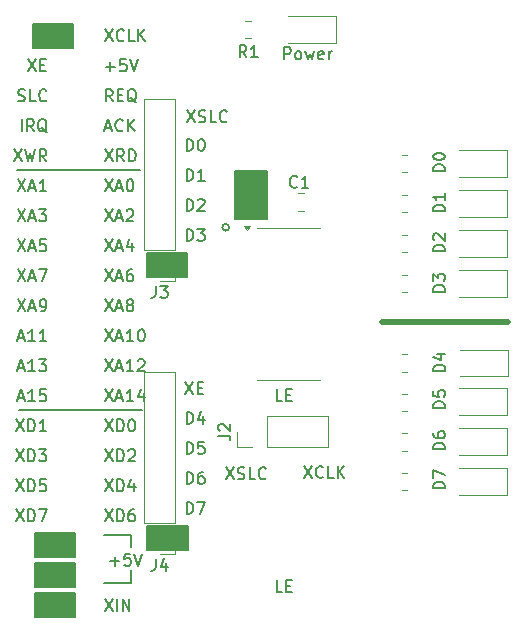
<source format=gbr>
%TF.GenerationSoftware,KiCad,Pcbnew,8.0.2*%
%TF.CreationDate,2024-05-07T14:35:48-05:00*%
%TF.ProjectId,CERBERUS 2100 Blinky,43455242-4552-4555-9320-323130302042,rev?*%
%TF.SameCoordinates,Original*%
%TF.FileFunction,Legend,Top*%
%TF.FilePolarity,Positive*%
%FSLAX46Y46*%
G04 Gerber Fmt 4.6, Leading zero omitted, Abs format (unit mm)*
G04 Created by KiCad (PCBNEW 8.0.2) date 2024-05-07 14:35:48*
%MOMM*%
%LPD*%
G01*
G04 APERTURE LIST*
%ADD10C,0.150000*%
%ADD11C,0.500000*%
%ADD12C,0.200000*%
%ADD13C,0.120000*%
G04 APERTURE END LIST*
D10*
X88290400Y-105460800D02*
X88290400Y-104394000D01*
X97078800Y-73583800D02*
X99771200Y-73583800D01*
X99771200Y-77622400D01*
X97078800Y-77622400D01*
X97078800Y-73583800D01*
G36*
X97078800Y-73583800D02*
G01*
X99771200Y-73583800D01*
X99771200Y-77622400D01*
X97078800Y-77622400D01*
X97078800Y-73583800D01*
G37*
X79921100Y-61112400D02*
X83350100Y-61112400D01*
X83350100Y-63144400D01*
X79921100Y-63144400D01*
X79921100Y-61112400D01*
G36*
X79921100Y-61112400D02*
G01*
X83350100Y-61112400D01*
X83350100Y-63144400D01*
X79921100Y-63144400D01*
X79921100Y-61112400D01*
G37*
X80111600Y-106781600D02*
X83540600Y-106781600D01*
X83540600Y-108813600D01*
X80111600Y-108813600D01*
X80111600Y-106781600D01*
G36*
X80111600Y-106781600D02*
G01*
X83540600Y-106781600D01*
X83540600Y-108813600D01*
X80111600Y-108813600D01*
X80111600Y-106781600D01*
G37*
X78613000Y-73533000D02*
X89027000Y-73533000D01*
X89573100Y-80518000D02*
X93002100Y-80518000D01*
X93002100Y-82550000D01*
X89573100Y-82550000D01*
X89573100Y-80518000D01*
G36*
X89573100Y-80518000D02*
G01*
X93002100Y-80518000D01*
X93002100Y-82550000D01*
X89573100Y-82550000D01*
X89573100Y-80518000D01*
G37*
X89636600Y-103682800D02*
X93065600Y-103682800D01*
X93065600Y-105714800D01*
X89636600Y-105714800D01*
X89636600Y-103682800D01*
G36*
X89636600Y-103682800D02*
G01*
X93065600Y-103682800D01*
X93065600Y-105714800D01*
X89636600Y-105714800D01*
X89636600Y-103682800D01*
G37*
X96549981Y-78359000D02*
G75*
G02*
X95982019Y-78359000I-283981J0D01*
G01*
X95982019Y-78359000D02*
G75*
G02*
X96549981Y-78359000I283981J0D01*
G01*
X78740000Y-93853000D02*
X89154000Y-93853000D01*
X80111600Y-104241600D02*
X83540600Y-104241600D01*
X83540600Y-106273600D01*
X80111600Y-106273600D01*
X80111600Y-104241600D01*
G36*
X80111600Y-104241600D02*
G01*
X83540600Y-104241600D01*
X83540600Y-106273600D01*
X80111600Y-106273600D01*
X80111600Y-104241600D01*
G37*
X88290400Y-108432600D02*
X88290400Y-107365800D01*
D11*
X109474000Y-86360000D02*
X120142000Y-86360000D01*
D10*
X88290400Y-108458000D02*
X85953600Y-108458000D01*
X80111600Y-109321600D02*
X83540600Y-109321600D01*
X83540600Y-111353600D01*
X80111600Y-111353600D01*
X80111600Y-109321600D01*
G36*
X80111600Y-109321600D02*
G01*
X83540600Y-109321600D01*
X83540600Y-111353600D01*
X80111600Y-111353600D01*
X80111600Y-109321600D01*
G37*
X88290400Y-104394000D02*
X85953600Y-104394000D01*
D12*
X114827619Y-97166326D02*
X113827619Y-97166326D01*
X113827619Y-97166326D02*
X113827619Y-96928231D01*
X113827619Y-96928231D02*
X113875238Y-96785374D01*
X113875238Y-96785374D02*
X113970476Y-96690136D01*
X113970476Y-96690136D02*
X114065714Y-96642517D01*
X114065714Y-96642517D02*
X114256190Y-96594898D01*
X114256190Y-96594898D02*
X114399047Y-96594898D01*
X114399047Y-96594898D02*
X114589523Y-96642517D01*
X114589523Y-96642517D02*
X114684761Y-96690136D01*
X114684761Y-96690136D02*
X114780000Y-96785374D01*
X114780000Y-96785374D02*
X114827619Y-96928231D01*
X114827619Y-96928231D02*
X114827619Y-97166326D01*
X113827619Y-95737755D02*
X113827619Y-95928231D01*
X113827619Y-95928231D02*
X113875238Y-96023469D01*
X113875238Y-96023469D02*
X113922857Y-96071088D01*
X113922857Y-96071088D02*
X114065714Y-96166326D01*
X114065714Y-96166326D02*
X114256190Y-96213945D01*
X114256190Y-96213945D02*
X114637142Y-96213945D01*
X114637142Y-96213945D02*
X114732380Y-96166326D01*
X114732380Y-96166326D02*
X114780000Y-96118707D01*
X114780000Y-96118707D02*
X114827619Y-96023469D01*
X114827619Y-96023469D02*
X114827619Y-95832993D01*
X114827619Y-95832993D02*
X114780000Y-95737755D01*
X114780000Y-95737755D02*
X114732380Y-95690136D01*
X114732380Y-95690136D02*
X114637142Y-95642517D01*
X114637142Y-95642517D02*
X114399047Y-95642517D01*
X114399047Y-95642517D02*
X114303809Y-95690136D01*
X114303809Y-95690136D02*
X114256190Y-95737755D01*
X114256190Y-95737755D02*
X114208571Y-95832993D01*
X114208571Y-95832993D02*
X114208571Y-96023469D01*
X114208571Y-96023469D02*
X114256190Y-96118707D01*
X114256190Y-96118707D02*
X114303809Y-96166326D01*
X114303809Y-96166326D02*
X114399047Y-96213945D01*
X92952673Y-100070219D02*
X92952673Y-99070219D01*
X92952673Y-99070219D02*
X93190768Y-99070219D01*
X93190768Y-99070219D02*
X93333625Y-99117838D01*
X93333625Y-99117838D02*
X93428863Y-99213076D01*
X93428863Y-99213076D02*
X93476482Y-99308314D01*
X93476482Y-99308314D02*
X93524101Y-99498790D01*
X93524101Y-99498790D02*
X93524101Y-99641647D01*
X93524101Y-99641647D02*
X93476482Y-99832123D01*
X93476482Y-99832123D02*
X93428863Y-99927361D01*
X93428863Y-99927361D02*
X93333625Y-100022600D01*
X93333625Y-100022600D02*
X93190768Y-100070219D01*
X93190768Y-100070219D02*
X92952673Y-100070219D01*
X94381244Y-99070219D02*
X94190768Y-99070219D01*
X94190768Y-99070219D02*
X94095530Y-99117838D01*
X94095530Y-99117838D02*
X94047911Y-99165457D01*
X94047911Y-99165457D02*
X93952673Y-99308314D01*
X93952673Y-99308314D02*
X93905054Y-99498790D01*
X93905054Y-99498790D02*
X93905054Y-99879742D01*
X93905054Y-99879742D02*
X93952673Y-99974980D01*
X93952673Y-99974980D02*
X94000292Y-100022600D01*
X94000292Y-100022600D02*
X94095530Y-100070219D01*
X94095530Y-100070219D02*
X94286006Y-100070219D01*
X94286006Y-100070219D02*
X94381244Y-100022600D01*
X94381244Y-100022600D02*
X94428863Y-99974980D01*
X94428863Y-99974980D02*
X94476482Y-99879742D01*
X94476482Y-99879742D02*
X94476482Y-99641647D01*
X94476482Y-99641647D02*
X94428863Y-99546409D01*
X94428863Y-99546409D02*
X94381244Y-99498790D01*
X94381244Y-99498790D02*
X94286006Y-99451171D01*
X94286006Y-99451171D02*
X94095530Y-99451171D01*
X94095530Y-99451171D02*
X94000292Y-99498790D01*
X94000292Y-99498790D02*
X93952673Y-99546409D01*
X93952673Y-99546409D02*
X93905054Y-99641647D01*
X78696911Y-87719504D02*
X79173101Y-87719504D01*
X78601673Y-88005219D02*
X78935006Y-87005219D01*
X78935006Y-87005219D02*
X79268339Y-88005219D01*
X80125482Y-88005219D02*
X79554054Y-88005219D01*
X79839768Y-88005219D02*
X79839768Y-87005219D01*
X79839768Y-87005219D02*
X79744530Y-87148076D01*
X79744530Y-87148076D02*
X79649292Y-87243314D01*
X79649292Y-87243314D02*
X79554054Y-87290933D01*
X81077863Y-88005219D02*
X80506435Y-88005219D01*
X80792149Y-88005219D02*
X80792149Y-87005219D01*
X80792149Y-87005219D02*
X80696911Y-87148076D01*
X80696911Y-87148076D02*
X80601673Y-87243314D01*
X80601673Y-87243314D02*
X80506435Y-87290933D01*
X79522435Y-64145219D02*
X80189101Y-65145219D01*
X80189101Y-64145219D02*
X79522435Y-65145219D01*
X80570054Y-64621409D02*
X80903387Y-64621409D01*
X81046244Y-65145219D02*
X80570054Y-65145219D01*
X80570054Y-65145219D02*
X80570054Y-64145219D01*
X80570054Y-64145219D02*
X81046244Y-64145219D01*
X86028529Y-97165219D02*
X86695195Y-98165219D01*
X86695195Y-97165219D02*
X86028529Y-98165219D01*
X87076148Y-98165219D02*
X87076148Y-97165219D01*
X87076148Y-97165219D02*
X87314243Y-97165219D01*
X87314243Y-97165219D02*
X87457100Y-97212838D01*
X87457100Y-97212838D02*
X87552338Y-97308076D01*
X87552338Y-97308076D02*
X87599957Y-97403314D01*
X87599957Y-97403314D02*
X87647576Y-97593790D01*
X87647576Y-97593790D02*
X87647576Y-97736647D01*
X87647576Y-97736647D02*
X87599957Y-97927123D01*
X87599957Y-97927123D02*
X87552338Y-98022361D01*
X87552338Y-98022361D02*
X87457100Y-98117600D01*
X87457100Y-98117600D02*
X87314243Y-98165219D01*
X87314243Y-98165219D02*
X87076148Y-98165219D01*
X88028529Y-97260457D02*
X88076148Y-97212838D01*
X88076148Y-97212838D02*
X88171386Y-97165219D01*
X88171386Y-97165219D02*
X88409481Y-97165219D01*
X88409481Y-97165219D02*
X88504719Y-97212838D01*
X88504719Y-97212838D02*
X88552338Y-97260457D01*
X88552338Y-97260457D02*
X88599957Y-97355695D01*
X88599957Y-97355695D02*
X88599957Y-97450933D01*
X88599957Y-97450933D02*
X88552338Y-97593790D01*
X88552338Y-97593790D02*
X87980910Y-98165219D01*
X87980910Y-98165219D02*
X88599957Y-98165219D01*
X78649292Y-81925219D02*
X79315958Y-82925219D01*
X79315958Y-81925219D02*
X78649292Y-82925219D01*
X79649292Y-82639504D02*
X80125482Y-82639504D01*
X79554054Y-82925219D02*
X79887387Y-81925219D01*
X79887387Y-81925219D02*
X80220720Y-82925219D01*
X80458816Y-81925219D02*
X81125482Y-81925219D01*
X81125482Y-81925219D02*
X80696911Y-82925219D01*
X86028529Y-76845219D02*
X86695195Y-77845219D01*
X86695195Y-76845219D02*
X86028529Y-77845219D01*
X87028529Y-77559504D02*
X87504719Y-77559504D01*
X86933291Y-77845219D02*
X87266624Y-76845219D01*
X87266624Y-76845219D02*
X87599957Y-77845219D01*
X87885672Y-76940457D02*
X87933291Y-76892838D01*
X87933291Y-76892838D02*
X88028529Y-76845219D01*
X88028529Y-76845219D02*
X88266624Y-76845219D01*
X88266624Y-76845219D02*
X88361862Y-76892838D01*
X88361862Y-76892838D02*
X88409481Y-76940457D01*
X88409481Y-76940457D02*
X88457100Y-77035695D01*
X88457100Y-77035695D02*
X88457100Y-77130933D01*
X88457100Y-77130933D02*
X88409481Y-77273790D01*
X88409481Y-77273790D02*
X87838053Y-77845219D01*
X87838053Y-77845219D02*
X88457100Y-77845219D01*
X78506435Y-99705219D02*
X79173101Y-100705219D01*
X79173101Y-99705219D02*
X78506435Y-100705219D01*
X79554054Y-100705219D02*
X79554054Y-99705219D01*
X79554054Y-99705219D02*
X79792149Y-99705219D01*
X79792149Y-99705219D02*
X79935006Y-99752838D01*
X79935006Y-99752838D02*
X80030244Y-99848076D01*
X80030244Y-99848076D02*
X80077863Y-99943314D01*
X80077863Y-99943314D02*
X80125482Y-100133790D01*
X80125482Y-100133790D02*
X80125482Y-100276647D01*
X80125482Y-100276647D02*
X80077863Y-100467123D01*
X80077863Y-100467123D02*
X80030244Y-100562361D01*
X80030244Y-100562361D02*
X79935006Y-100657600D01*
X79935006Y-100657600D02*
X79792149Y-100705219D01*
X79792149Y-100705219D02*
X79554054Y-100705219D01*
X81030244Y-99705219D02*
X80554054Y-99705219D01*
X80554054Y-99705219D02*
X80506435Y-100181409D01*
X80506435Y-100181409D02*
X80554054Y-100133790D01*
X80554054Y-100133790D02*
X80649292Y-100086171D01*
X80649292Y-100086171D02*
X80887387Y-100086171D01*
X80887387Y-100086171D02*
X80982625Y-100133790D01*
X80982625Y-100133790D02*
X81030244Y-100181409D01*
X81030244Y-100181409D02*
X81077863Y-100276647D01*
X81077863Y-100276647D02*
X81077863Y-100514742D01*
X81077863Y-100514742D02*
X81030244Y-100609980D01*
X81030244Y-100609980D02*
X80982625Y-100657600D01*
X80982625Y-100657600D02*
X80887387Y-100705219D01*
X80887387Y-100705219D02*
X80649292Y-100705219D01*
X80649292Y-100705219D02*
X80554054Y-100657600D01*
X80554054Y-100657600D02*
X80506435Y-100609980D01*
X86028529Y-94625219D02*
X86695195Y-95625219D01*
X86695195Y-94625219D02*
X86028529Y-95625219D01*
X87076148Y-95625219D02*
X87076148Y-94625219D01*
X87076148Y-94625219D02*
X87314243Y-94625219D01*
X87314243Y-94625219D02*
X87457100Y-94672838D01*
X87457100Y-94672838D02*
X87552338Y-94768076D01*
X87552338Y-94768076D02*
X87599957Y-94863314D01*
X87599957Y-94863314D02*
X87647576Y-95053790D01*
X87647576Y-95053790D02*
X87647576Y-95196647D01*
X87647576Y-95196647D02*
X87599957Y-95387123D01*
X87599957Y-95387123D02*
X87552338Y-95482361D01*
X87552338Y-95482361D02*
X87457100Y-95577600D01*
X87457100Y-95577600D02*
X87314243Y-95625219D01*
X87314243Y-95625219D02*
X87076148Y-95625219D01*
X88266624Y-94625219D02*
X88361862Y-94625219D01*
X88361862Y-94625219D02*
X88457100Y-94672838D01*
X88457100Y-94672838D02*
X88504719Y-94720457D01*
X88504719Y-94720457D02*
X88552338Y-94815695D01*
X88552338Y-94815695D02*
X88599957Y-95006171D01*
X88599957Y-95006171D02*
X88599957Y-95244266D01*
X88599957Y-95244266D02*
X88552338Y-95434742D01*
X88552338Y-95434742D02*
X88504719Y-95529980D01*
X88504719Y-95529980D02*
X88457100Y-95577600D01*
X88457100Y-95577600D02*
X88361862Y-95625219D01*
X88361862Y-95625219D02*
X88266624Y-95625219D01*
X88266624Y-95625219D02*
X88171386Y-95577600D01*
X88171386Y-95577600D02*
X88123767Y-95529980D01*
X88123767Y-95529980D02*
X88076148Y-95434742D01*
X88076148Y-95434742D02*
X88028529Y-95244266D01*
X88028529Y-95244266D02*
X88028529Y-95006171D01*
X88028529Y-95006171D02*
X88076148Y-94815695D01*
X88076148Y-94815695D02*
X88123767Y-94720457D01*
X88123767Y-94720457D02*
X88171386Y-94672838D01*
X88171386Y-94672838D02*
X88266624Y-94625219D01*
X78982626Y-70225219D02*
X78982626Y-69225219D01*
X80030244Y-70225219D02*
X79696911Y-69749028D01*
X79458816Y-70225219D02*
X79458816Y-69225219D01*
X79458816Y-69225219D02*
X79839768Y-69225219D01*
X79839768Y-69225219D02*
X79935006Y-69272838D01*
X79935006Y-69272838D02*
X79982625Y-69320457D01*
X79982625Y-69320457D02*
X80030244Y-69415695D01*
X80030244Y-69415695D02*
X80030244Y-69558552D01*
X80030244Y-69558552D02*
X79982625Y-69653790D01*
X79982625Y-69653790D02*
X79935006Y-69701409D01*
X79935006Y-69701409D02*
X79839768Y-69749028D01*
X79839768Y-69749028D02*
X79458816Y-69749028D01*
X81125482Y-70320457D02*
X81030244Y-70272838D01*
X81030244Y-70272838D02*
X80935006Y-70177600D01*
X80935006Y-70177600D02*
X80792149Y-70034742D01*
X80792149Y-70034742D02*
X80696911Y-69987123D01*
X80696911Y-69987123D02*
X80601673Y-69987123D01*
X80649292Y-70225219D02*
X80554054Y-70177600D01*
X80554054Y-70177600D02*
X80458816Y-70082361D01*
X80458816Y-70082361D02*
X80411197Y-69891885D01*
X80411197Y-69891885D02*
X80411197Y-69558552D01*
X80411197Y-69558552D02*
X80458816Y-69368076D01*
X80458816Y-69368076D02*
X80554054Y-69272838D01*
X80554054Y-69272838D02*
X80649292Y-69225219D01*
X80649292Y-69225219D02*
X80839768Y-69225219D01*
X80839768Y-69225219D02*
X80935006Y-69272838D01*
X80935006Y-69272838D02*
X81030244Y-69368076D01*
X81030244Y-69368076D02*
X81077863Y-69558552D01*
X81077863Y-69558552D02*
X81077863Y-69891885D01*
X81077863Y-69891885D02*
X81030244Y-70082361D01*
X81030244Y-70082361D02*
X80935006Y-70177600D01*
X80935006Y-70177600D02*
X80839768Y-70225219D01*
X80839768Y-70225219D02*
X80649292Y-70225219D01*
X92952673Y-94990219D02*
X92952673Y-93990219D01*
X92952673Y-93990219D02*
X93190768Y-93990219D01*
X93190768Y-93990219D02*
X93333625Y-94037838D01*
X93333625Y-94037838D02*
X93428863Y-94133076D01*
X93428863Y-94133076D02*
X93476482Y-94228314D01*
X93476482Y-94228314D02*
X93524101Y-94418790D01*
X93524101Y-94418790D02*
X93524101Y-94561647D01*
X93524101Y-94561647D02*
X93476482Y-94752123D01*
X93476482Y-94752123D02*
X93428863Y-94847361D01*
X93428863Y-94847361D02*
X93333625Y-94942600D01*
X93333625Y-94942600D02*
X93190768Y-94990219D01*
X93190768Y-94990219D02*
X92952673Y-94990219D01*
X94381244Y-94323552D02*
X94381244Y-94990219D01*
X94143149Y-93942600D02*
X93905054Y-94656885D01*
X93905054Y-94656885D02*
X94524101Y-94656885D01*
X86028529Y-81925219D02*
X86695195Y-82925219D01*
X86695195Y-81925219D02*
X86028529Y-82925219D01*
X87028529Y-82639504D02*
X87504719Y-82639504D01*
X86933291Y-82925219D02*
X87266624Y-81925219D01*
X87266624Y-81925219D02*
X87599957Y-82925219D01*
X88361862Y-81925219D02*
X88171386Y-81925219D01*
X88171386Y-81925219D02*
X88076148Y-81972838D01*
X88076148Y-81972838D02*
X88028529Y-82020457D01*
X88028529Y-82020457D02*
X87933291Y-82163314D01*
X87933291Y-82163314D02*
X87885672Y-82353790D01*
X87885672Y-82353790D02*
X87885672Y-82734742D01*
X87885672Y-82734742D02*
X87933291Y-82829980D01*
X87933291Y-82829980D02*
X87980910Y-82877600D01*
X87980910Y-82877600D02*
X88076148Y-82925219D01*
X88076148Y-82925219D02*
X88266624Y-82925219D01*
X88266624Y-82925219D02*
X88361862Y-82877600D01*
X88361862Y-82877600D02*
X88409481Y-82829980D01*
X88409481Y-82829980D02*
X88457100Y-82734742D01*
X88457100Y-82734742D02*
X88457100Y-82496647D01*
X88457100Y-82496647D02*
X88409481Y-82401409D01*
X88409481Y-82401409D02*
X88361862Y-82353790D01*
X88361862Y-82353790D02*
X88266624Y-82306171D01*
X88266624Y-82306171D02*
X88076148Y-82306171D01*
X88076148Y-82306171D02*
X87980910Y-82353790D01*
X87980910Y-82353790D02*
X87933291Y-82401409D01*
X87933291Y-82401409D02*
X87885672Y-82496647D01*
X86076148Y-69939504D02*
X86552338Y-69939504D01*
X85980910Y-70225219D02*
X86314243Y-69225219D01*
X86314243Y-69225219D02*
X86647576Y-70225219D01*
X87552338Y-70129980D02*
X87504719Y-70177600D01*
X87504719Y-70177600D02*
X87361862Y-70225219D01*
X87361862Y-70225219D02*
X87266624Y-70225219D01*
X87266624Y-70225219D02*
X87123767Y-70177600D01*
X87123767Y-70177600D02*
X87028529Y-70082361D01*
X87028529Y-70082361D02*
X86980910Y-69987123D01*
X86980910Y-69987123D02*
X86933291Y-69796647D01*
X86933291Y-69796647D02*
X86933291Y-69653790D01*
X86933291Y-69653790D02*
X86980910Y-69463314D01*
X86980910Y-69463314D02*
X87028529Y-69368076D01*
X87028529Y-69368076D02*
X87123767Y-69272838D01*
X87123767Y-69272838D02*
X87266624Y-69225219D01*
X87266624Y-69225219D02*
X87361862Y-69225219D01*
X87361862Y-69225219D02*
X87504719Y-69272838D01*
X87504719Y-69272838D02*
X87552338Y-69320457D01*
X87980910Y-70225219D02*
X87980910Y-69225219D01*
X88552338Y-70225219D02*
X88123767Y-69653790D01*
X88552338Y-69225219D02*
X87980910Y-69796647D01*
X92952673Y-71876219D02*
X92952673Y-70876219D01*
X92952673Y-70876219D02*
X93190768Y-70876219D01*
X93190768Y-70876219D02*
X93333625Y-70923838D01*
X93333625Y-70923838D02*
X93428863Y-71019076D01*
X93428863Y-71019076D02*
X93476482Y-71114314D01*
X93476482Y-71114314D02*
X93524101Y-71304790D01*
X93524101Y-71304790D02*
X93524101Y-71447647D01*
X93524101Y-71447647D02*
X93476482Y-71638123D01*
X93476482Y-71638123D02*
X93428863Y-71733361D01*
X93428863Y-71733361D02*
X93333625Y-71828600D01*
X93333625Y-71828600D02*
X93190768Y-71876219D01*
X93190768Y-71876219D02*
X92952673Y-71876219D01*
X94143149Y-70876219D02*
X94238387Y-70876219D01*
X94238387Y-70876219D02*
X94333625Y-70923838D01*
X94333625Y-70923838D02*
X94381244Y-70971457D01*
X94381244Y-70971457D02*
X94428863Y-71066695D01*
X94428863Y-71066695D02*
X94476482Y-71257171D01*
X94476482Y-71257171D02*
X94476482Y-71495266D01*
X94476482Y-71495266D02*
X94428863Y-71685742D01*
X94428863Y-71685742D02*
X94381244Y-71780980D01*
X94381244Y-71780980D02*
X94333625Y-71828600D01*
X94333625Y-71828600D02*
X94238387Y-71876219D01*
X94238387Y-71876219D02*
X94143149Y-71876219D01*
X94143149Y-71876219D02*
X94047911Y-71828600D01*
X94047911Y-71828600D02*
X94000292Y-71780980D01*
X94000292Y-71780980D02*
X93952673Y-71685742D01*
X93952673Y-71685742D02*
X93905054Y-71495266D01*
X93905054Y-71495266D02*
X93905054Y-71257171D01*
X93905054Y-71257171D02*
X93952673Y-71066695D01*
X93952673Y-71066695D02*
X94000292Y-70971457D01*
X94000292Y-70971457D02*
X94047911Y-70923838D01*
X94047911Y-70923838D02*
X94143149Y-70876219D01*
X92952673Y-79496219D02*
X92952673Y-78496219D01*
X92952673Y-78496219D02*
X93190768Y-78496219D01*
X93190768Y-78496219D02*
X93333625Y-78543838D01*
X93333625Y-78543838D02*
X93428863Y-78639076D01*
X93428863Y-78639076D02*
X93476482Y-78734314D01*
X93476482Y-78734314D02*
X93524101Y-78924790D01*
X93524101Y-78924790D02*
X93524101Y-79067647D01*
X93524101Y-79067647D02*
X93476482Y-79258123D01*
X93476482Y-79258123D02*
X93428863Y-79353361D01*
X93428863Y-79353361D02*
X93333625Y-79448600D01*
X93333625Y-79448600D02*
X93190768Y-79496219D01*
X93190768Y-79496219D02*
X92952673Y-79496219D01*
X93857435Y-78496219D02*
X94476482Y-78496219D01*
X94476482Y-78496219D02*
X94143149Y-78877171D01*
X94143149Y-78877171D02*
X94286006Y-78877171D01*
X94286006Y-78877171D02*
X94381244Y-78924790D01*
X94381244Y-78924790D02*
X94428863Y-78972409D01*
X94428863Y-78972409D02*
X94476482Y-79067647D01*
X94476482Y-79067647D02*
X94476482Y-79305742D01*
X94476482Y-79305742D02*
X94428863Y-79400980D01*
X94428863Y-79400980D02*
X94381244Y-79448600D01*
X94381244Y-79448600D02*
X94286006Y-79496219D01*
X94286006Y-79496219D02*
X94000292Y-79496219D01*
X94000292Y-79496219D02*
X93905054Y-79448600D01*
X93905054Y-79448600D02*
X93857435Y-79400980D01*
X78649292Y-74305219D02*
X79315958Y-75305219D01*
X79315958Y-74305219D02*
X78649292Y-75305219D01*
X79649292Y-75019504D02*
X80125482Y-75019504D01*
X79554054Y-75305219D02*
X79887387Y-74305219D01*
X79887387Y-74305219D02*
X80220720Y-75305219D01*
X81077863Y-75305219D02*
X80506435Y-75305219D01*
X80792149Y-75305219D02*
X80792149Y-74305219D01*
X80792149Y-74305219D02*
X80696911Y-74448076D01*
X80696911Y-74448076D02*
X80601673Y-74543314D01*
X80601673Y-74543314D02*
X80506435Y-74590933D01*
X78506435Y-94625219D02*
X79173101Y-95625219D01*
X79173101Y-94625219D02*
X78506435Y-95625219D01*
X79554054Y-95625219D02*
X79554054Y-94625219D01*
X79554054Y-94625219D02*
X79792149Y-94625219D01*
X79792149Y-94625219D02*
X79935006Y-94672838D01*
X79935006Y-94672838D02*
X80030244Y-94768076D01*
X80030244Y-94768076D02*
X80077863Y-94863314D01*
X80077863Y-94863314D02*
X80125482Y-95053790D01*
X80125482Y-95053790D02*
X80125482Y-95196647D01*
X80125482Y-95196647D02*
X80077863Y-95387123D01*
X80077863Y-95387123D02*
X80030244Y-95482361D01*
X80030244Y-95482361D02*
X79935006Y-95577600D01*
X79935006Y-95577600D02*
X79792149Y-95625219D01*
X79792149Y-95625219D02*
X79554054Y-95625219D01*
X81077863Y-95625219D02*
X80506435Y-95625219D01*
X80792149Y-95625219D02*
X80792149Y-94625219D01*
X80792149Y-94625219D02*
X80696911Y-94768076D01*
X80696911Y-94768076D02*
X80601673Y-94863314D01*
X80601673Y-94863314D02*
X80506435Y-94910933D01*
X78315959Y-71765219D02*
X78982625Y-72765219D01*
X78982625Y-71765219D02*
X78315959Y-72765219D01*
X79268340Y-71765219D02*
X79506435Y-72765219D01*
X79506435Y-72765219D02*
X79696911Y-72050933D01*
X79696911Y-72050933D02*
X79887387Y-72765219D01*
X79887387Y-72765219D02*
X80125483Y-71765219D01*
X81077863Y-72765219D02*
X80744530Y-72289028D01*
X80506435Y-72765219D02*
X80506435Y-71765219D01*
X80506435Y-71765219D02*
X80887387Y-71765219D01*
X80887387Y-71765219D02*
X80982625Y-71812838D01*
X80982625Y-71812838D02*
X81030244Y-71860457D01*
X81030244Y-71860457D02*
X81077863Y-71955695D01*
X81077863Y-71955695D02*
X81077863Y-72098552D01*
X81077863Y-72098552D02*
X81030244Y-72193790D01*
X81030244Y-72193790D02*
X80982625Y-72241409D01*
X80982625Y-72241409D02*
X80887387Y-72289028D01*
X80887387Y-72289028D02*
X80506435Y-72289028D01*
X78696911Y-67637600D02*
X78839768Y-67685219D01*
X78839768Y-67685219D02*
X79077863Y-67685219D01*
X79077863Y-67685219D02*
X79173101Y-67637600D01*
X79173101Y-67637600D02*
X79220720Y-67589980D01*
X79220720Y-67589980D02*
X79268339Y-67494742D01*
X79268339Y-67494742D02*
X79268339Y-67399504D01*
X79268339Y-67399504D02*
X79220720Y-67304266D01*
X79220720Y-67304266D02*
X79173101Y-67256647D01*
X79173101Y-67256647D02*
X79077863Y-67209028D01*
X79077863Y-67209028D02*
X78887387Y-67161409D01*
X78887387Y-67161409D02*
X78792149Y-67113790D01*
X78792149Y-67113790D02*
X78744530Y-67066171D01*
X78744530Y-67066171D02*
X78696911Y-66970933D01*
X78696911Y-66970933D02*
X78696911Y-66875695D01*
X78696911Y-66875695D02*
X78744530Y-66780457D01*
X78744530Y-66780457D02*
X78792149Y-66732838D01*
X78792149Y-66732838D02*
X78887387Y-66685219D01*
X78887387Y-66685219D02*
X79125482Y-66685219D01*
X79125482Y-66685219D02*
X79268339Y-66732838D01*
X80173101Y-67685219D02*
X79696911Y-67685219D01*
X79696911Y-67685219D02*
X79696911Y-66685219D01*
X81077863Y-67589980D02*
X81030244Y-67637600D01*
X81030244Y-67637600D02*
X80887387Y-67685219D01*
X80887387Y-67685219D02*
X80792149Y-67685219D01*
X80792149Y-67685219D02*
X80649292Y-67637600D01*
X80649292Y-67637600D02*
X80554054Y-67542361D01*
X80554054Y-67542361D02*
X80506435Y-67447123D01*
X80506435Y-67447123D02*
X80458816Y-67256647D01*
X80458816Y-67256647D02*
X80458816Y-67113790D01*
X80458816Y-67113790D02*
X80506435Y-66923314D01*
X80506435Y-66923314D02*
X80554054Y-66828076D01*
X80554054Y-66828076D02*
X80649292Y-66732838D01*
X80649292Y-66732838D02*
X80792149Y-66685219D01*
X80792149Y-66685219D02*
X80887387Y-66685219D01*
X80887387Y-66685219D02*
X81030244Y-66732838D01*
X81030244Y-66732838D02*
X81077863Y-66780457D01*
X86028529Y-71765219D02*
X86695195Y-72765219D01*
X86695195Y-71765219D02*
X86028529Y-72765219D01*
X87647576Y-72765219D02*
X87314243Y-72289028D01*
X87076148Y-72765219D02*
X87076148Y-71765219D01*
X87076148Y-71765219D02*
X87457100Y-71765219D01*
X87457100Y-71765219D02*
X87552338Y-71812838D01*
X87552338Y-71812838D02*
X87599957Y-71860457D01*
X87599957Y-71860457D02*
X87647576Y-71955695D01*
X87647576Y-71955695D02*
X87647576Y-72098552D01*
X87647576Y-72098552D02*
X87599957Y-72193790D01*
X87599957Y-72193790D02*
X87552338Y-72241409D01*
X87552338Y-72241409D02*
X87457100Y-72289028D01*
X87457100Y-72289028D02*
X87076148Y-72289028D01*
X88076148Y-72765219D02*
X88076148Y-71765219D01*
X88076148Y-71765219D02*
X88314243Y-71765219D01*
X88314243Y-71765219D02*
X88457100Y-71812838D01*
X88457100Y-71812838D02*
X88552338Y-71908076D01*
X88552338Y-71908076D02*
X88599957Y-72003314D01*
X88599957Y-72003314D02*
X88647576Y-72193790D01*
X88647576Y-72193790D02*
X88647576Y-72336647D01*
X88647576Y-72336647D02*
X88599957Y-72527123D01*
X88599957Y-72527123D02*
X88552338Y-72622361D01*
X88552338Y-72622361D02*
X88457100Y-72717600D01*
X88457100Y-72717600D02*
X88314243Y-72765219D01*
X88314243Y-72765219D02*
X88076148Y-72765219D01*
X78506435Y-102245219D02*
X79173101Y-103245219D01*
X79173101Y-102245219D02*
X78506435Y-103245219D01*
X79554054Y-103245219D02*
X79554054Y-102245219D01*
X79554054Y-102245219D02*
X79792149Y-102245219D01*
X79792149Y-102245219D02*
X79935006Y-102292838D01*
X79935006Y-102292838D02*
X80030244Y-102388076D01*
X80030244Y-102388076D02*
X80077863Y-102483314D01*
X80077863Y-102483314D02*
X80125482Y-102673790D01*
X80125482Y-102673790D02*
X80125482Y-102816647D01*
X80125482Y-102816647D02*
X80077863Y-103007123D01*
X80077863Y-103007123D02*
X80030244Y-103102361D01*
X80030244Y-103102361D02*
X79935006Y-103197600D01*
X79935006Y-103197600D02*
X79792149Y-103245219D01*
X79792149Y-103245219D02*
X79554054Y-103245219D01*
X80458816Y-102245219D02*
X81125482Y-102245219D01*
X81125482Y-102245219D02*
X80696911Y-103245219D01*
X78649292Y-79385219D02*
X79315958Y-80385219D01*
X79315958Y-79385219D02*
X78649292Y-80385219D01*
X79649292Y-80099504D02*
X80125482Y-80099504D01*
X79554054Y-80385219D02*
X79887387Y-79385219D01*
X79887387Y-79385219D02*
X80220720Y-80385219D01*
X81030244Y-79385219D02*
X80554054Y-79385219D01*
X80554054Y-79385219D02*
X80506435Y-79861409D01*
X80506435Y-79861409D02*
X80554054Y-79813790D01*
X80554054Y-79813790D02*
X80649292Y-79766171D01*
X80649292Y-79766171D02*
X80887387Y-79766171D01*
X80887387Y-79766171D02*
X80982625Y-79813790D01*
X80982625Y-79813790D02*
X81030244Y-79861409D01*
X81030244Y-79861409D02*
X81077863Y-79956647D01*
X81077863Y-79956647D02*
X81077863Y-80194742D01*
X81077863Y-80194742D02*
X81030244Y-80289980D01*
X81030244Y-80289980D02*
X80982625Y-80337600D01*
X80982625Y-80337600D02*
X80887387Y-80385219D01*
X80887387Y-80385219D02*
X80649292Y-80385219D01*
X80649292Y-80385219D02*
X80554054Y-80337600D01*
X80554054Y-80337600D02*
X80506435Y-80289980D01*
X86695195Y-67685219D02*
X86361862Y-67209028D01*
X86123767Y-67685219D02*
X86123767Y-66685219D01*
X86123767Y-66685219D02*
X86504719Y-66685219D01*
X86504719Y-66685219D02*
X86599957Y-66732838D01*
X86599957Y-66732838D02*
X86647576Y-66780457D01*
X86647576Y-66780457D02*
X86695195Y-66875695D01*
X86695195Y-66875695D02*
X86695195Y-67018552D01*
X86695195Y-67018552D02*
X86647576Y-67113790D01*
X86647576Y-67113790D02*
X86599957Y-67161409D01*
X86599957Y-67161409D02*
X86504719Y-67209028D01*
X86504719Y-67209028D02*
X86123767Y-67209028D01*
X87123767Y-67161409D02*
X87457100Y-67161409D01*
X87599957Y-67685219D02*
X87123767Y-67685219D01*
X87123767Y-67685219D02*
X87123767Y-66685219D01*
X87123767Y-66685219D02*
X87599957Y-66685219D01*
X88695195Y-67780457D02*
X88599957Y-67732838D01*
X88599957Y-67732838D02*
X88504719Y-67637600D01*
X88504719Y-67637600D02*
X88361862Y-67494742D01*
X88361862Y-67494742D02*
X88266624Y-67447123D01*
X88266624Y-67447123D02*
X88171386Y-67447123D01*
X88219005Y-67685219D02*
X88123767Y-67637600D01*
X88123767Y-67637600D02*
X88028529Y-67542361D01*
X88028529Y-67542361D02*
X87980910Y-67351885D01*
X87980910Y-67351885D02*
X87980910Y-67018552D01*
X87980910Y-67018552D02*
X88028529Y-66828076D01*
X88028529Y-66828076D02*
X88123767Y-66732838D01*
X88123767Y-66732838D02*
X88219005Y-66685219D01*
X88219005Y-66685219D02*
X88409481Y-66685219D01*
X88409481Y-66685219D02*
X88504719Y-66732838D01*
X88504719Y-66732838D02*
X88599957Y-66828076D01*
X88599957Y-66828076D02*
X88647576Y-67018552D01*
X88647576Y-67018552D02*
X88647576Y-67351885D01*
X88647576Y-67351885D02*
X88599957Y-67542361D01*
X88599957Y-67542361D02*
X88504719Y-67637600D01*
X88504719Y-67637600D02*
X88409481Y-67685219D01*
X88409481Y-67685219D02*
X88219005Y-67685219D01*
X92952673Y-74416219D02*
X92952673Y-73416219D01*
X92952673Y-73416219D02*
X93190768Y-73416219D01*
X93190768Y-73416219D02*
X93333625Y-73463838D01*
X93333625Y-73463838D02*
X93428863Y-73559076D01*
X93428863Y-73559076D02*
X93476482Y-73654314D01*
X93476482Y-73654314D02*
X93524101Y-73844790D01*
X93524101Y-73844790D02*
X93524101Y-73987647D01*
X93524101Y-73987647D02*
X93476482Y-74178123D01*
X93476482Y-74178123D02*
X93428863Y-74273361D01*
X93428863Y-74273361D02*
X93333625Y-74368600D01*
X93333625Y-74368600D02*
X93190768Y-74416219D01*
X93190768Y-74416219D02*
X92952673Y-74416219D01*
X94476482Y-74416219D02*
X93905054Y-74416219D01*
X94190768Y-74416219D02*
X94190768Y-73416219D01*
X94190768Y-73416219D02*
X94095530Y-73559076D01*
X94095530Y-73559076D02*
X94000292Y-73654314D01*
X94000292Y-73654314D02*
X93905054Y-73701933D01*
X114827619Y-73595126D02*
X113827619Y-73595126D01*
X113827619Y-73595126D02*
X113827619Y-73357031D01*
X113827619Y-73357031D02*
X113875238Y-73214174D01*
X113875238Y-73214174D02*
X113970476Y-73118936D01*
X113970476Y-73118936D02*
X114065714Y-73071317D01*
X114065714Y-73071317D02*
X114256190Y-73023698D01*
X114256190Y-73023698D02*
X114399047Y-73023698D01*
X114399047Y-73023698D02*
X114589523Y-73071317D01*
X114589523Y-73071317D02*
X114684761Y-73118936D01*
X114684761Y-73118936D02*
X114780000Y-73214174D01*
X114780000Y-73214174D02*
X114827619Y-73357031D01*
X114827619Y-73357031D02*
X114827619Y-73595126D01*
X113827619Y-72404650D02*
X113827619Y-72309412D01*
X113827619Y-72309412D02*
X113875238Y-72214174D01*
X113875238Y-72214174D02*
X113922857Y-72166555D01*
X113922857Y-72166555D02*
X114018095Y-72118936D01*
X114018095Y-72118936D02*
X114208571Y-72071317D01*
X114208571Y-72071317D02*
X114446666Y-72071317D01*
X114446666Y-72071317D02*
X114637142Y-72118936D01*
X114637142Y-72118936D02*
X114732380Y-72166555D01*
X114732380Y-72166555D02*
X114780000Y-72214174D01*
X114780000Y-72214174D02*
X114827619Y-72309412D01*
X114827619Y-72309412D02*
X114827619Y-72404650D01*
X114827619Y-72404650D02*
X114780000Y-72499888D01*
X114780000Y-72499888D02*
X114732380Y-72547507D01*
X114732380Y-72547507D02*
X114637142Y-72595126D01*
X114637142Y-72595126D02*
X114446666Y-72642745D01*
X114446666Y-72642745D02*
X114208571Y-72642745D01*
X114208571Y-72642745D02*
X114018095Y-72595126D01*
X114018095Y-72595126D02*
X113922857Y-72547507D01*
X113922857Y-72547507D02*
X113875238Y-72499888D01*
X113875238Y-72499888D02*
X113827619Y-72404650D01*
X86028529Y-99705219D02*
X86695195Y-100705219D01*
X86695195Y-99705219D02*
X86028529Y-100705219D01*
X87076148Y-100705219D02*
X87076148Y-99705219D01*
X87076148Y-99705219D02*
X87314243Y-99705219D01*
X87314243Y-99705219D02*
X87457100Y-99752838D01*
X87457100Y-99752838D02*
X87552338Y-99848076D01*
X87552338Y-99848076D02*
X87599957Y-99943314D01*
X87599957Y-99943314D02*
X87647576Y-100133790D01*
X87647576Y-100133790D02*
X87647576Y-100276647D01*
X87647576Y-100276647D02*
X87599957Y-100467123D01*
X87599957Y-100467123D02*
X87552338Y-100562361D01*
X87552338Y-100562361D02*
X87457100Y-100657600D01*
X87457100Y-100657600D02*
X87314243Y-100705219D01*
X87314243Y-100705219D02*
X87076148Y-100705219D01*
X88504719Y-100038552D02*
X88504719Y-100705219D01*
X88266624Y-99657600D02*
X88028529Y-100371885D01*
X88028529Y-100371885D02*
X88647576Y-100371885D01*
X86028529Y-89545219D02*
X86695195Y-90545219D01*
X86695195Y-89545219D02*
X86028529Y-90545219D01*
X87028529Y-90259504D02*
X87504719Y-90259504D01*
X86933291Y-90545219D02*
X87266624Y-89545219D01*
X87266624Y-89545219D02*
X87599957Y-90545219D01*
X88457100Y-90545219D02*
X87885672Y-90545219D01*
X88171386Y-90545219D02*
X88171386Y-89545219D01*
X88171386Y-89545219D02*
X88076148Y-89688076D01*
X88076148Y-89688076D02*
X87980910Y-89783314D01*
X87980910Y-89783314D02*
X87885672Y-89830933D01*
X88838053Y-89640457D02*
X88885672Y-89592838D01*
X88885672Y-89592838D02*
X88980910Y-89545219D01*
X88980910Y-89545219D02*
X89219005Y-89545219D01*
X89219005Y-89545219D02*
X89314243Y-89592838D01*
X89314243Y-89592838D02*
X89361862Y-89640457D01*
X89361862Y-89640457D02*
X89409481Y-89735695D01*
X89409481Y-89735695D02*
X89409481Y-89830933D01*
X89409481Y-89830933D02*
X89361862Y-89973790D01*
X89361862Y-89973790D02*
X88790434Y-90545219D01*
X88790434Y-90545219D02*
X89409481Y-90545219D01*
X86028529Y-61605219D02*
X86695195Y-62605219D01*
X86695195Y-61605219D02*
X86028529Y-62605219D01*
X87647576Y-62509980D02*
X87599957Y-62557600D01*
X87599957Y-62557600D02*
X87457100Y-62605219D01*
X87457100Y-62605219D02*
X87361862Y-62605219D01*
X87361862Y-62605219D02*
X87219005Y-62557600D01*
X87219005Y-62557600D02*
X87123767Y-62462361D01*
X87123767Y-62462361D02*
X87076148Y-62367123D01*
X87076148Y-62367123D02*
X87028529Y-62176647D01*
X87028529Y-62176647D02*
X87028529Y-62033790D01*
X87028529Y-62033790D02*
X87076148Y-61843314D01*
X87076148Y-61843314D02*
X87123767Y-61748076D01*
X87123767Y-61748076D02*
X87219005Y-61652838D01*
X87219005Y-61652838D02*
X87361862Y-61605219D01*
X87361862Y-61605219D02*
X87457100Y-61605219D01*
X87457100Y-61605219D02*
X87599957Y-61652838D01*
X87599957Y-61652838D02*
X87647576Y-61700457D01*
X88552338Y-62605219D02*
X88076148Y-62605219D01*
X88076148Y-62605219D02*
X88076148Y-61605219D01*
X88885672Y-62605219D02*
X88885672Y-61605219D01*
X89457100Y-62605219D02*
X89028529Y-62033790D01*
X89457100Y-61605219D02*
X88885672Y-62176647D01*
X78506435Y-97165219D02*
X79173101Y-98165219D01*
X79173101Y-97165219D02*
X78506435Y-98165219D01*
X79554054Y-98165219D02*
X79554054Y-97165219D01*
X79554054Y-97165219D02*
X79792149Y-97165219D01*
X79792149Y-97165219D02*
X79935006Y-97212838D01*
X79935006Y-97212838D02*
X80030244Y-97308076D01*
X80030244Y-97308076D02*
X80077863Y-97403314D01*
X80077863Y-97403314D02*
X80125482Y-97593790D01*
X80125482Y-97593790D02*
X80125482Y-97736647D01*
X80125482Y-97736647D02*
X80077863Y-97927123D01*
X80077863Y-97927123D02*
X80030244Y-98022361D01*
X80030244Y-98022361D02*
X79935006Y-98117600D01*
X79935006Y-98117600D02*
X79792149Y-98165219D01*
X79792149Y-98165219D02*
X79554054Y-98165219D01*
X80458816Y-97165219D02*
X81077863Y-97165219D01*
X81077863Y-97165219D02*
X80744530Y-97546171D01*
X80744530Y-97546171D02*
X80887387Y-97546171D01*
X80887387Y-97546171D02*
X80982625Y-97593790D01*
X80982625Y-97593790D02*
X81030244Y-97641409D01*
X81030244Y-97641409D02*
X81077863Y-97736647D01*
X81077863Y-97736647D02*
X81077863Y-97974742D01*
X81077863Y-97974742D02*
X81030244Y-98069980D01*
X81030244Y-98069980D02*
X80982625Y-98117600D01*
X80982625Y-98117600D02*
X80887387Y-98165219D01*
X80887387Y-98165219D02*
X80601673Y-98165219D01*
X80601673Y-98165219D02*
X80506435Y-98117600D01*
X80506435Y-98117600D02*
X80458816Y-98069980D01*
X101048863Y-93085219D02*
X100572673Y-93085219D01*
X100572673Y-93085219D02*
X100572673Y-92085219D01*
X101382197Y-92561409D02*
X101715530Y-92561409D01*
X101858387Y-93085219D02*
X101382197Y-93085219D01*
X101382197Y-93085219D02*
X101382197Y-92085219D01*
X101382197Y-92085219D02*
X101858387Y-92085219D01*
X86028529Y-74305219D02*
X86695195Y-75305219D01*
X86695195Y-74305219D02*
X86028529Y-75305219D01*
X87028529Y-75019504D02*
X87504719Y-75019504D01*
X86933291Y-75305219D02*
X87266624Y-74305219D01*
X87266624Y-74305219D02*
X87599957Y-75305219D01*
X88123767Y-74305219D02*
X88219005Y-74305219D01*
X88219005Y-74305219D02*
X88314243Y-74352838D01*
X88314243Y-74352838D02*
X88361862Y-74400457D01*
X88361862Y-74400457D02*
X88409481Y-74495695D01*
X88409481Y-74495695D02*
X88457100Y-74686171D01*
X88457100Y-74686171D02*
X88457100Y-74924266D01*
X88457100Y-74924266D02*
X88409481Y-75114742D01*
X88409481Y-75114742D02*
X88361862Y-75209980D01*
X88361862Y-75209980D02*
X88314243Y-75257600D01*
X88314243Y-75257600D02*
X88219005Y-75305219D01*
X88219005Y-75305219D02*
X88123767Y-75305219D01*
X88123767Y-75305219D02*
X88028529Y-75257600D01*
X88028529Y-75257600D02*
X87980910Y-75209980D01*
X87980910Y-75209980D02*
X87933291Y-75114742D01*
X87933291Y-75114742D02*
X87885672Y-74924266D01*
X87885672Y-74924266D02*
X87885672Y-74686171D01*
X87885672Y-74686171D02*
X87933291Y-74495695D01*
X87933291Y-74495695D02*
X87980910Y-74400457D01*
X87980910Y-74400457D02*
X88028529Y-74352838D01*
X88028529Y-74352838D02*
X88123767Y-74305219D01*
X78649292Y-84465219D02*
X79315958Y-85465219D01*
X79315958Y-84465219D02*
X78649292Y-85465219D01*
X79649292Y-85179504D02*
X80125482Y-85179504D01*
X79554054Y-85465219D02*
X79887387Y-84465219D01*
X79887387Y-84465219D02*
X80220720Y-85465219D01*
X80601673Y-85465219D02*
X80792149Y-85465219D01*
X80792149Y-85465219D02*
X80887387Y-85417600D01*
X80887387Y-85417600D02*
X80935006Y-85369980D01*
X80935006Y-85369980D02*
X81030244Y-85227123D01*
X81030244Y-85227123D02*
X81077863Y-85036647D01*
X81077863Y-85036647D02*
X81077863Y-84655695D01*
X81077863Y-84655695D02*
X81030244Y-84560457D01*
X81030244Y-84560457D02*
X80982625Y-84512838D01*
X80982625Y-84512838D02*
X80887387Y-84465219D01*
X80887387Y-84465219D02*
X80696911Y-84465219D01*
X80696911Y-84465219D02*
X80601673Y-84512838D01*
X80601673Y-84512838D02*
X80554054Y-84560457D01*
X80554054Y-84560457D02*
X80506435Y-84655695D01*
X80506435Y-84655695D02*
X80506435Y-84893790D01*
X80506435Y-84893790D02*
X80554054Y-84989028D01*
X80554054Y-84989028D02*
X80601673Y-85036647D01*
X80601673Y-85036647D02*
X80696911Y-85084266D01*
X80696911Y-85084266D02*
X80887387Y-85084266D01*
X80887387Y-85084266D02*
X80982625Y-85036647D01*
X80982625Y-85036647D02*
X81030244Y-84989028D01*
X81030244Y-84989028D02*
X81077863Y-84893790D01*
X86028529Y-92085219D02*
X86695195Y-93085219D01*
X86695195Y-92085219D02*
X86028529Y-93085219D01*
X87028529Y-92799504D02*
X87504719Y-92799504D01*
X86933291Y-93085219D02*
X87266624Y-92085219D01*
X87266624Y-92085219D02*
X87599957Y-93085219D01*
X88457100Y-93085219D02*
X87885672Y-93085219D01*
X88171386Y-93085219D02*
X88171386Y-92085219D01*
X88171386Y-92085219D02*
X88076148Y-92228076D01*
X88076148Y-92228076D02*
X87980910Y-92323314D01*
X87980910Y-92323314D02*
X87885672Y-92370933D01*
X89314243Y-92418552D02*
X89314243Y-93085219D01*
X89076148Y-92037600D02*
X88838053Y-92751885D01*
X88838053Y-92751885D02*
X89457100Y-92751885D01*
X86475673Y-106623466D02*
X87237578Y-106623466D01*
X86856625Y-107004419D02*
X86856625Y-106242514D01*
X88189958Y-106004419D02*
X87713768Y-106004419D01*
X87713768Y-106004419D02*
X87666149Y-106480609D01*
X87666149Y-106480609D02*
X87713768Y-106432990D01*
X87713768Y-106432990D02*
X87809006Y-106385371D01*
X87809006Y-106385371D02*
X88047101Y-106385371D01*
X88047101Y-106385371D02*
X88142339Y-106432990D01*
X88142339Y-106432990D02*
X88189958Y-106480609D01*
X88189958Y-106480609D02*
X88237577Y-106575847D01*
X88237577Y-106575847D02*
X88237577Y-106813942D01*
X88237577Y-106813942D02*
X88189958Y-106909180D01*
X88189958Y-106909180D02*
X88142339Y-106956800D01*
X88142339Y-106956800D02*
X88047101Y-107004419D01*
X88047101Y-107004419D02*
X87809006Y-107004419D01*
X87809006Y-107004419D02*
X87713768Y-106956800D01*
X87713768Y-106956800D02*
X87666149Y-106909180D01*
X88523292Y-106004419D02*
X88856625Y-107004419D01*
X88856625Y-107004419D02*
X89189958Y-106004419D01*
X92952673Y-76956219D02*
X92952673Y-75956219D01*
X92952673Y-75956219D02*
X93190768Y-75956219D01*
X93190768Y-75956219D02*
X93333625Y-76003838D01*
X93333625Y-76003838D02*
X93428863Y-76099076D01*
X93428863Y-76099076D02*
X93476482Y-76194314D01*
X93476482Y-76194314D02*
X93524101Y-76384790D01*
X93524101Y-76384790D02*
X93524101Y-76527647D01*
X93524101Y-76527647D02*
X93476482Y-76718123D01*
X93476482Y-76718123D02*
X93428863Y-76813361D01*
X93428863Y-76813361D02*
X93333625Y-76908600D01*
X93333625Y-76908600D02*
X93190768Y-76956219D01*
X93190768Y-76956219D02*
X92952673Y-76956219D01*
X93905054Y-76051457D02*
X93952673Y-76003838D01*
X93952673Y-76003838D02*
X94047911Y-75956219D01*
X94047911Y-75956219D02*
X94286006Y-75956219D01*
X94286006Y-75956219D02*
X94381244Y-76003838D01*
X94381244Y-76003838D02*
X94428863Y-76051457D01*
X94428863Y-76051457D02*
X94476482Y-76146695D01*
X94476482Y-76146695D02*
X94476482Y-76241933D01*
X94476482Y-76241933D02*
X94428863Y-76384790D01*
X94428863Y-76384790D02*
X93857435Y-76956219D01*
X93857435Y-76956219D02*
X94476482Y-76956219D01*
X86028529Y-102245219D02*
X86695195Y-103245219D01*
X86695195Y-102245219D02*
X86028529Y-103245219D01*
X87076148Y-103245219D02*
X87076148Y-102245219D01*
X87076148Y-102245219D02*
X87314243Y-102245219D01*
X87314243Y-102245219D02*
X87457100Y-102292838D01*
X87457100Y-102292838D02*
X87552338Y-102388076D01*
X87552338Y-102388076D02*
X87599957Y-102483314D01*
X87599957Y-102483314D02*
X87647576Y-102673790D01*
X87647576Y-102673790D02*
X87647576Y-102816647D01*
X87647576Y-102816647D02*
X87599957Y-103007123D01*
X87599957Y-103007123D02*
X87552338Y-103102361D01*
X87552338Y-103102361D02*
X87457100Y-103197600D01*
X87457100Y-103197600D02*
X87314243Y-103245219D01*
X87314243Y-103245219D02*
X87076148Y-103245219D01*
X88504719Y-102245219D02*
X88314243Y-102245219D01*
X88314243Y-102245219D02*
X88219005Y-102292838D01*
X88219005Y-102292838D02*
X88171386Y-102340457D01*
X88171386Y-102340457D02*
X88076148Y-102483314D01*
X88076148Y-102483314D02*
X88028529Y-102673790D01*
X88028529Y-102673790D02*
X88028529Y-103054742D01*
X88028529Y-103054742D02*
X88076148Y-103149980D01*
X88076148Y-103149980D02*
X88123767Y-103197600D01*
X88123767Y-103197600D02*
X88219005Y-103245219D01*
X88219005Y-103245219D02*
X88409481Y-103245219D01*
X88409481Y-103245219D02*
X88504719Y-103197600D01*
X88504719Y-103197600D02*
X88552338Y-103149980D01*
X88552338Y-103149980D02*
X88599957Y-103054742D01*
X88599957Y-103054742D02*
X88599957Y-102816647D01*
X88599957Y-102816647D02*
X88552338Y-102721409D01*
X88552338Y-102721409D02*
X88504719Y-102673790D01*
X88504719Y-102673790D02*
X88409481Y-102626171D01*
X88409481Y-102626171D02*
X88219005Y-102626171D01*
X88219005Y-102626171D02*
X88123767Y-102673790D01*
X88123767Y-102673790D02*
X88076148Y-102721409D01*
X88076148Y-102721409D02*
X88028529Y-102816647D01*
X86028529Y-109865219D02*
X86695195Y-110865219D01*
X86695195Y-109865219D02*
X86028529Y-110865219D01*
X87076148Y-110865219D02*
X87076148Y-109865219D01*
X87552338Y-110865219D02*
X87552338Y-109865219D01*
X87552338Y-109865219D02*
X88123766Y-110865219D01*
X88123766Y-110865219D02*
X88123766Y-109865219D01*
X114860519Y-90550526D02*
X113860519Y-90550526D01*
X113860519Y-90550526D02*
X113860519Y-90312431D01*
X113860519Y-90312431D02*
X113908138Y-90169574D01*
X113908138Y-90169574D02*
X114003376Y-90074336D01*
X114003376Y-90074336D02*
X114098614Y-90026717D01*
X114098614Y-90026717D02*
X114289090Y-89979098D01*
X114289090Y-89979098D02*
X114431947Y-89979098D01*
X114431947Y-89979098D02*
X114622423Y-90026717D01*
X114622423Y-90026717D02*
X114717661Y-90074336D01*
X114717661Y-90074336D02*
X114812900Y-90169574D01*
X114812900Y-90169574D02*
X114860519Y-90312431D01*
X114860519Y-90312431D02*
X114860519Y-90550526D01*
X114193852Y-89121955D02*
X114860519Y-89121955D01*
X113812900Y-89360050D02*
X114527185Y-89598145D01*
X114527185Y-89598145D02*
X114527185Y-88979098D01*
X114827619Y-76998726D02*
X113827619Y-76998726D01*
X113827619Y-76998726D02*
X113827619Y-76760631D01*
X113827619Y-76760631D02*
X113875238Y-76617774D01*
X113875238Y-76617774D02*
X113970476Y-76522536D01*
X113970476Y-76522536D02*
X114065714Y-76474917D01*
X114065714Y-76474917D02*
X114256190Y-76427298D01*
X114256190Y-76427298D02*
X114399047Y-76427298D01*
X114399047Y-76427298D02*
X114589523Y-76474917D01*
X114589523Y-76474917D02*
X114684761Y-76522536D01*
X114684761Y-76522536D02*
X114780000Y-76617774D01*
X114780000Y-76617774D02*
X114827619Y-76760631D01*
X114827619Y-76760631D02*
X114827619Y-76998726D01*
X114827619Y-75474917D02*
X114827619Y-76046345D01*
X114827619Y-75760631D02*
X113827619Y-75760631D01*
X113827619Y-75760631D02*
X113970476Y-75855869D01*
X113970476Y-75855869D02*
X114065714Y-75951107D01*
X114065714Y-75951107D02*
X114113333Y-76046345D01*
X78696911Y-92799504D02*
X79173101Y-92799504D01*
X78601673Y-93085219D02*
X78935006Y-92085219D01*
X78935006Y-92085219D02*
X79268339Y-93085219D01*
X80125482Y-93085219D02*
X79554054Y-93085219D01*
X79839768Y-93085219D02*
X79839768Y-92085219D01*
X79839768Y-92085219D02*
X79744530Y-92228076D01*
X79744530Y-92228076D02*
X79649292Y-92323314D01*
X79649292Y-92323314D02*
X79554054Y-92370933D01*
X81030244Y-92085219D02*
X80554054Y-92085219D01*
X80554054Y-92085219D02*
X80506435Y-92561409D01*
X80506435Y-92561409D02*
X80554054Y-92513790D01*
X80554054Y-92513790D02*
X80649292Y-92466171D01*
X80649292Y-92466171D02*
X80887387Y-92466171D01*
X80887387Y-92466171D02*
X80982625Y-92513790D01*
X80982625Y-92513790D02*
X81030244Y-92561409D01*
X81030244Y-92561409D02*
X81077863Y-92656647D01*
X81077863Y-92656647D02*
X81077863Y-92894742D01*
X81077863Y-92894742D02*
X81030244Y-92989980D01*
X81030244Y-92989980D02*
X80982625Y-93037600D01*
X80982625Y-93037600D02*
X80887387Y-93085219D01*
X80887387Y-93085219D02*
X80649292Y-93085219D01*
X80649292Y-93085219D02*
X80554054Y-93037600D01*
X80554054Y-93037600D02*
X80506435Y-92989980D01*
X86028529Y-87005219D02*
X86695195Y-88005219D01*
X86695195Y-87005219D02*
X86028529Y-88005219D01*
X87028529Y-87719504D02*
X87504719Y-87719504D01*
X86933291Y-88005219D02*
X87266624Y-87005219D01*
X87266624Y-87005219D02*
X87599957Y-88005219D01*
X88457100Y-88005219D02*
X87885672Y-88005219D01*
X88171386Y-88005219D02*
X88171386Y-87005219D01*
X88171386Y-87005219D02*
X88076148Y-87148076D01*
X88076148Y-87148076D02*
X87980910Y-87243314D01*
X87980910Y-87243314D02*
X87885672Y-87290933D01*
X89076148Y-87005219D02*
X89171386Y-87005219D01*
X89171386Y-87005219D02*
X89266624Y-87052838D01*
X89266624Y-87052838D02*
X89314243Y-87100457D01*
X89314243Y-87100457D02*
X89361862Y-87195695D01*
X89361862Y-87195695D02*
X89409481Y-87386171D01*
X89409481Y-87386171D02*
X89409481Y-87624266D01*
X89409481Y-87624266D02*
X89361862Y-87814742D01*
X89361862Y-87814742D02*
X89314243Y-87909980D01*
X89314243Y-87909980D02*
X89266624Y-87957600D01*
X89266624Y-87957600D02*
X89171386Y-88005219D01*
X89171386Y-88005219D02*
X89076148Y-88005219D01*
X89076148Y-88005219D02*
X88980910Y-87957600D01*
X88980910Y-87957600D02*
X88933291Y-87909980D01*
X88933291Y-87909980D02*
X88885672Y-87814742D01*
X88885672Y-87814742D02*
X88838053Y-87624266D01*
X88838053Y-87624266D02*
X88838053Y-87386171D01*
X88838053Y-87386171D02*
X88885672Y-87195695D01*
X88885672Y-87195695D02*
X88933291Y-87100457D01*
X88933291Y-87100457D02*
X88980910Y-87052838D01*
X88980910Y-87052838D02*
X89076148Y-87005219D01*
X78649292Y-76845219D02*
X79315958Y-77845219D01*
X79315958Y-76845219D02*
X78649292Y-77845219D01*
X79649292Y-77559504D02*
X80125482Y-77559504D01*
X79554054Y-77845219D02*
X79887387Y-76845219D01*
X79887387Y-76845219D02*
X80220720Y-77845219D01*
X80458816Y-76845219D02*
X81077863Y-76845219D01*
X81077863Y-76845219D02*
X80744530Y-77226171D01*
X80744530Y-77226171D02*
X80887387Y-77226171D01*
X80887387Y-77226171D02*
X80982625Y-77273790D01*
X80982625Y-77273790D02*
X81030244Y-77321409D01*
X81030244Y-77321409D02*
X81077863Y-77416647D01*
X81077863Y-77416647D02*
X81077863Y-77654742D01*
X81077863Y-77654742D02*
X81030244Y-77749980D01*
X81030244Y-77749980D02*
X80982625Y-77797600D01*
X80982625Y-77797600D02*
X80887387Y-77845219D01*
X80887387Y-77845219D02*
X80601673Y-77845219D01*
X80601673Y-77845219D02*
X80506435Y-77797600D01*
X80506435Y-77797600D02*
X80458816Y-77749980D01*
X114827619Y-80402326D02*
X113827619Y-80402326D01*
X113827619Y-80402326D02*
X113827619Y-80164231D01*
X113827619Y-80164231D02*
X113875238Y-80021374D01*
X113875238Y-80021374D02*
X113970476Y-79926136D01*
X113970476Y-79926136D02*
X114065714Y-79878517D01*
X114065714Y-79878517D02*
X114256190Y-79830898D01*
X114256190Y-79830898D02*
X114399047Y-79830898D01*
X114399047Y-79830898D02*
X114589523Y-79878517D01*
X114589523Y-79878517D02*
X114684761Y-79926136D01*
X114684761Y-79926136D02*
X114780000Y-80021374D01*
X114780000Y-80021374D02*
X114827619Y-80164231D01*
X114827619Y-80164231D02*
X114827619Y-80402326D01*
X113922857Y-79449945D02*
X113875238Y-79402326D01*
X113875238Y-79402326D02*
X113827619Y-79307088D01*
X113827619Y-79307088D02*
X113827619Y-79068993D01*
X113827619Y-79068993D02*
X113875238Y-78973755D01*
X113875238Y-78973755D02*
X113922857Y-78926136D01*
X113922857Y-78926136D02*
X114018095Y-78878517D01*
X114018095Y-78878517D02*
X114113333Y-78878517D01*
X114113333Y-78878517D02*
X114256190Y-78926136D01*
X114256190Y-78926136D02*
X114827619Y-79497564D01*
X114827619Y-79497564D02*
X114827619Y-78878517D01*
X114827619Y-93661126D02*
X113827619Y-93661126D01*
X113827619Y-93661126D02*
X113827619Y-93423031D01*
X113827619Y-93423031D02*
X113875238Y-93280174D01*
X113875238Y-93280174D02*
X113970476Y-93184936D01*
X113970476Y-93184936D02*
X114065714Y-93137317D01*
X114065714Y-93137317D02*
X114256190Y-93089698D01*
X114256190Y-93089698D02*
X114399047Y-93089698D01*
X114399047Y-93089698D02*
X114589523Y-93137317D01*
X114589523Y-93137317D02*
X114684761Y-93184936D01*
X114684761Y-93184936D02*
X114780000Y-93280174D01*
X114780000Y-93280174D02*
X114827619Y-93423031D01*
X114827619Y-93423031D02*
X114827619Y-93661126D01*
X113827619Y-92184936D02*
X113827619Y-92661126D01*
X113827619Y-92661126D02*
X114303809Y-92708745D01*
X114303809Y-92708745D02*
X114256190Y-92661126D01*
X114256190Y-92661126D02*
X114208571Y-92565888D01*
X114208571Y-92565888D02*
X114208571Y-92327793D01*
X114208571Y-92327793D02*
X114256190Y-92232555D01*
X114256190Y-92232555D02*
X114303809Y-92184936D01*
X114303809Y-92184936D02*
X114399047Y-92137317D01*
X114399047Y-92137317D02*
X114637142Y-92137317D01*
X114637142Y-92137317D02*
X114732380Y-92184936D01*
X114732380Y-92184936D02*
X114780000Y-92232555D01*
X114780000Y-92232555D02*
X114827619Y-92327793D01*
X114827619Y-92327793D02*
X114827619Y-92565888D01*
X114827619Y-92565888D02*
X114780000Y-92661126D01*
X114780000Y-92661126D02*
X114732380Y-92708745D01*
X114827619Y-83805926D02*
X113827619Y-83805926D01*
X113827619Y-83805926D02*
X113827619Y-83567831D01*
X113827619Y-83567831D02*
X113875238Y-83424974D01*
X113875238Y-83424974D02*
X113970476Y-83329736D01*
X113970476Y-83329736D02*
X114065714Y-83282117D01*
X114065714Y-83282117D02*
X114256190Y-83234498D01*
X114256190Y-83234498D02*
X114399047Y-83234498D01*
X114399047Y-83234498D02*
X114589523Y-83282117D01*
X114589523Y-83282117D02*
X114684761Y-83329736D01*
X114684761Y-83329736D02*
X114780000Y-83424974D01*
X114780000Y-83424974D02*
X114827619Y-83567831D01*
X114827619Y-83567831D02*
X114827619Y-83805926D01*
X113827619Y-82901164D02*
X113827619Y-82282117D01*
X113827619Y-82282117D02*
X114208571Y-82615450D01*
X114208571Y-82615450D02*
X114208571Y-82472593D01*
X114208571Y-82472593D02*
X114256190Y-82377355D01*
X114256190Y-82377355D02*
X114303809Y-82329736D01*
X114303809Y-82329736D02*
X114399047Y-82282117D01*
X114399047Y-82282117D02*
X114637142Y-82282117D01*
X114637142Y-82282117D02*
X114732380Y-82329736D01*
X114732380Y-82329736D02*
X114780000Y-82377355D01*
X114780000Y-82377355D02*
X114827619Y-82472593D01*
X114827619Y-82472593D02*
X114827619Y-82758307D01*
X114827619Y-82758307D02*
X114780000Y-82853545D01*
X114780000Y-82853545D02*
X114732380Y-82901164D01*
X86028529Y-84465219D02*
X86695195Y-85465219D01*
X86695195Y-84465219D02*
X86028529Y-85465219D01*
X87028529Y-85179504D02*
X87504719Y-85179504D01*
X86933291Y-85465219D02*
X87266624Y-84465219D01*
X87266624Y-84465219D02*
X87599957Y-85465219D01*
X88076148Y-84893790D02*
X87980910Y-84846171D01*
X87980910Y-84846171D02*
X87933291Y-84798552D01*
X87933291Y-84798552D02*
X87885672Y-84703314D01*
X87885672Y-84703314D02*
X87885672Y-84655695D01*
X87885672Y-84655695D02*
X87933291Y-84560457D01*
X87933291Y-84560457D02*
X87980910Y-84512838D01*
X87980910Y-84512838D02*
X88076148Y-84465219D01*
X88076148Y-84465219D02*
X88266624Y-84465219D01*
X88266624Y-84465219D02*
X88361862Y-84512838D01*
X88361862Y-84512838D02*
X88409481Y-84560457D01*
X88409481Y-84560457D02*
X88457100Y-84655695D01*
X88457100Y-84655695D02*
X88457100Y-84703314D01*
X88457100Y-84703314D02*
X88409481Y-84798552D01*
X88409481Y-84798552D02*
X88361862Y-84846171D01*
X88361862Y-84846171D02*
X88266624Y-84893790D01*
X88266624Y-84893790D02*
X88076148Y-84893790D01*
X88076148Y-84893790D02*
X87980910Y-84941409D01*
X87980910Y-84941409D02*
X87933291Y-84989028D01*
X87933291Y-84989028D02*
X87885672Y-85084266D01*
X87885672Y-85084266D02*
X87885672Y-85274742D01*
X87885672Y-85274742D02*
X87933291Y-85369980D01*
X87933291Y-85369980D02*
X87980910Y-85417600D01*
X87980910Y-85417600D02*
X88076148Y-85465219D01*
X88076148Y-85465219D02*
X88266624Y-85465219D01*
X88266624Y-85465219D02*
X88361862Y-85417600D01*
X88361862Y-85417600D02*
X88409481Y-85369980D01*
X88409481Y-85369980D02*
X88457100Y-85274742D01*
X88457100Y-85274742D02*
X88457100Y-85084266D01*
X88457100Y-85084266D02*
X88409481Y-84989028D01*
X88409481Y-84989028D02*
X88361862Y-84941409D01*
X88361862Y-84941409D02*
X88266624Y-84893790D01*
X86123767Y-64764266D02*
X86885672Y-64764266D01*
X86504719Y-65145219D02*
X86504719Y-64383314D01*
X87838052Y-64145219D02*
X87361862Y-64145219D01*
X87361862Y-64145219D02*
X87314243Y-64621409D01*
X87314243Y-64621409D02*
X87361862Y-64573790D01*
X87361862Y-64573790D02*
X87457100Y-64526171D01*
X87457100Y-64526171D02*
X87695195Y-64526171D01*
X87695195Y-64526171D02*
X87790433Y-64573790D01*
X87790433Y-64573790D02*
X87838052Y-64621409D01*
X87838052Y-64621409D02*
X87885671Y-64716647D01*
X87885671Y-64716647D02*
X87885671Y-64954742D01*
X87885671Y-64954742D02*
X87838052Y-65049980D01*
X87838052Y-65049980D02*
X87790433Y-65097600D01*
X87790433Y-65097600D02*
X87695195Y-65145219D01*
X87695195Y-65145219D02*
X87457100Y-65145219D01*
X87457100Y-65145219D02*
X87361862Y-65097600D01*
X87361862Y-65097600D02*
X87314243Y-65049980D01*
X88171386Y-64145219D02*
X88504719Y-65145219D01*
X88504719Y-65145219D02*
X88838052Y-64145219D01*
X86028529Y-79385219D02*
X86695195Y-80385219D01*
X86695195Y-79385219D02*
X86028529Y-80385219D01*
X87028529Y-80099504D02*
X87504719Y-80099504D01*
X86933291Y-80385219D02*
X87266624Y-79385219D01*
X87266624Y-79385219D02*
X87599957Y-80385219D01*
X88361862Y-79718552D02*
X88361862Y-80385219D01*
X88123767Y-79337600D02*
X87885672Y-80051885D01*
X87885672Y-80051885D02*
X88504719Y-80051885D01*
X114827619Y-100468326D02*
X113827619Y-100468326D01*
X113827619Y-100468326D02*
X113827619Y-100230231D01*
X113827619Y-100230231D02*
X113875238Y-100087374D01*
X113875238Y-100087374D02*
X113970476Y-99992136D01*
X113970476Y-99992136D02*
X114065714Y-99944517D01*
X114065714Y-99944517D02*
X114256190Y-99896898D01*
X114256190Y-99896898D02*
X114399047Y-99896898D01*
X114399047Y-99896898D02*
X114589523Y-99944517D01*
X114589523Y-99944517D02*
X114684761Y-99992136D01*
X114684761Y-99992136D02*
X114780000Y-100087374D01*
X114780000Y-100087374D02*
X114827619Y-100230231D01*
X114827619Y-100230231D02*
X114827619Y-100468326D01*
X113827619Y-99563564D02*
X113827619Y-98896898D01*
X113827619Y-98896898D02*
X114827619Y-99325469D01*
X101048863Y-109214219D02*
X100572673Y-109214219D01*
X100572673Y-109214219D02*
X100572673Y-108214219D01*
X101382197Y-108690409D02*
X101715530Y-108690409D01*
X101858387Y-109214219D02*
X101382197Y-109214219D01*
X101382197Y-109214219D02*
X101382197Y-108214219D01*
X101382197Y-108214219D02*
X101858387Y-108214219D01*
X102890435Y-98562219D02*
X103557101Y-99562219D01*
X103557101Y-98562219D02*
X102890435Y-99562219D01*
X104509482Y-99466980D02*
X104461863Y-99514600D01*
X104461863Y-99514600D02*
X104319006Y-99562219D01*
X104319006Y-99562219D02*
X104223768Y-99562219D01*
X104223768Y-99562219D02*
X104080911Y-99514600D01*
X104080911Y-99514600D02*
X103985673Y-99419361D01*
X103985673Y-99419361D02*
X103938054Y-99324123D01*
X103938054Y-99324123D02*
X103890435Y-99133647D01*
X103890435Y-99133647D02*
X103890435Y-98990790D01*
X103890435Y-98990790D02*
X103938054Y-98800314D01*
X103938054Y-98800314D02*
X103985673Y-98705076D01*
X103985673Y-98705076D02*
X104080911Y-98609838D01*
X104080911Y-98609838D02*
X104223768Y-98562219D01*
X104223768Y-98562219D02*
X104319006Y-98562219D01*
X104319006Y-98562219D02*
X104461863Y-98609838D01*
X104461863Y-98609838D02*
X104509482Y-98657457D01*
X105414244Y-99562219D02*
X104938054Y-99562219D01*
X104938054Y-99562219D02*
X104938054Y-98562219D01*
X105747578Y-99562219D02*
X105747578Y-98562219D01*
X106319006Y-99562219D02*
X105890435Y-98990790D01*
X106319006Y-98562219D02*
X105747578Y-99133647D01*
X92952673Y-97530219D02*
X92952673Y-96530219D01*
X92952673Y-96530219D02*
X93190768Y-96530219D01*
X93190768Y-96530219D02*
X93333625Y-96577838D01*
X93333625Y-96577838D02*
X93428863Y-96673076D01*
X93428863Y-96673076D02*
X93476482Y-96768314D01*
X93476482Y-96768314D02*
X93524101Y-96958790D01*
X93524101Y-96958790D02*
X93524101Y-97101647D01*
X93524101Y-97101647D02*
X93476482Y-97292123D01*
X93476482Y-97292123D02*
X93428863Y-97387361D01*
X93428863Y-97387361D02*
X93333625Y-97482600D01*
X93333625Y-97482600D02*
X93190768Y-97530219D01*
X93190768Y-97530219D02*
X92952673Y-97530219D01*
X94428863Y-96530219D02*
X93952673Y-96530219D01*
X93952673Y-96530219D02*
X93905054Y-97006409D01*
X93905054Y-97006409D02*
X93952673Y-96958790D01*
X93952673Y-96958790D02*
X94047911Y-96911171D01*
X94047911Y-96911171D02*
X94286006Y-96911171D01*
X94286006Y-96911171D02*
X94381244Y-96958790D01*
X94381244Y-96958790D02*
X94428863Y-97006409D01*
X94428863Y-97006409D02*
X94476482Y-97101647D01*
X94476482Y-97101647D02*
X94476482Y-97339742D01*
X94476482Y-97339742D02*
X94428863Y-97434980D01*
X94428863Y-97434980D02*
X94381244Y-97482600D01*
X94381244Y-97482600D02*
X94286006Y-97530219D01*
X94286006Y-97530219D02*
X94047911Y-97530219D01*
X94047911Y-97530219D02*
X93952673Y-97482600D01*
X93952673Y-97482600D02*
X93905054Y-97434980D01*
X96286435Y-98689219D02*
X96953101Y-99689219D01*
X96953101Y-98689219D02*
X96286435Y-99689219D01*
X97286435Y-99641600D02*
X97429292Y-99689219D01*
X97429292Y-99689219D02*
X97667387Y-99689219D01*
X97667387Y-99689219D02*
X97762625Y-99641600D01*
X97762625Y-99641600D02*
X97810244Y-99593980D01*
X97810244Y-99593980D02*
X97857863Y-99498742D01*
X97857863Y-99498742D02*
X97857863Y-99403504D01*
X97857863Y-99403504D02*
X97810244Y-99308266D01*
X97810244Y-99308266D02*
X97762625Y-99260647D01*
X97762625Y-99260647D02*
X97667387Y-99213028D01*
X97667387Y-99213028D02*
X97476911Y-99165409D01*
X97476911Y-99165409D02*
X97381673Y-99117790D01*
X97381673Y-99117790D02*
X97334054Y-99070171D01*
X97334054Y-99070171D02*
X97286435Y-98974933D01*
X97286435Y-98974933D02*
X97286435Y-98879695D01*
X97286435Y-98879695D02*
X97334054Y-98784457D01*
X97334054Y-98784457D02*
X97381673Y-98736838D01*
X97381673Y-98736838D02*
X97476911Y-98689219D01*
X97476911Y-98689219D02*
X97715006Y-98689219D01*
X97715006Y-98689219D02*
X97857863Y-98736838D01*
X98762625Y-99689219D02*
X98286435Y-99689219D01*
X98286435Y-99689219D02*
X98286435Y-98689219D01*
X99667387Y-99593980D02*
X99619768Y-99641600D01*
X99619768Y-99641600D02*
X99476911Y-99689219D01*
X99476911Y-99689219D02*
X99381673Y-99689219D01*
X99381673Y-99689219D02*
X99238816Y-99641600D01*
X99238816Y-99641600D02*
X99143578Y-99546361D01*
X99143578Y-99546361D02*
X99095959Y-99451123D01*
X99095959Y-99451123D02*
X99048340Y-99260647D01*
X99048340Y-99260647D02*
X99048340Y-99117790D01*
X99048340Y-99117790D02*
X99095959Y-98927314D01*
X99095959Y-98927314D02*
X99143578Y-98832076D01*
X99143578Y-98832076D02*
X99238816Y-98736838D01*
X99238816Y-98736838D02*
X99381673Y-98689219D01*
X99381673Y-98689219D02*
X99476911Y-98689219D01*
X99476911Y-98689219D02*
X99619768Y-98736838D01*
X99619768Y-98736838D02*
X99667387Y-98784457D01*
X92952673Y-102610219D02*
X92952673Y-101610219D01*
X92952673Y-101610219D02*
X93190768Y-101610219D01*
X93190768Y-101610219D02*
X93333625Y-101657838D01*
X93333625Y-101657838D02*
X93428863Y-101753076D01*
X93428863Y-101753076D02*
X93476482Y-101848314D01*
X93476482Y-101848314D02*
X93524101Y-102038790D01*
X93524101Y-102038790D02*
X93524101Y-102181647D01*
X93524101Y-102181647D02*
X93476482Y-102372123D01*
X93476482Y-102372123D02*
X93428863Y-102467361D01*
X93428863Y-102467361D02*
X93333625Y-102562600D01*
X93333625Y-102562600D02*
X93190768Y-102610219D01*
X93190768Y-102610219D02*
X92952673Y-102610219D01*
X93857435Y-101610219D02*
X94524101Y-101610219D01*
X94524101Y-101610219D02*
X94095530Y-102610219D01*
X92857435Y-91450219D02*
X93524101Y-92450219D01*
X93524101Y-91450219D02*
X92857435Y-92450219D01*
X93905054Y-91926409D02*
X94238387Y-91926409D01*
X94381244Y-92450219D02*
X93905054Y-92450219D01*
X93905054Y-92450219D02*
X93905054Y-91450219D01*
X93905054Y-91450219D02*
X94381244Y-91450219D01*
X101207673Y-64129219D02*
X101207673Y-63129219D01*
X101207673Y-63129219D02*
X101588625Y-63129219D01*
X101588625Y-63129219D02*
X101683863Y-63176838D01*
X101683863Y-63176838D02*
X101731482Y-63224457D01*
X101731482Y-63224457D02*
X101779101Y-63319695D01*
X101779101Y-63319695D02*
X101779101Y-63462552D01*
X101779101Y-63462552D02*
X101731482Y-63557790D01*
X101731482Y-63557790D02*
X101683863Y-63605409D01*
X101683863Y-63605409D02*
X101588625Y-63653028D01*
X101588625Y-63653028D02*
X101207673Y-63653028D01*
X102350530Y-64129219D02*
X102255292Y-64081600D01*
X102255292Y-64081600D02*
X102207673Y-64033980D01*
X102207673Y-64033980D02*
X102160054Y-63938742D01*
X102160054Y-63938742D02*
X102160054Y-63653028D01*
X102160054Y-63653028D02*
X102207673Y-63557790D01*
X102207673Y-63557790D02*
X102255292Y-63510171D01*
X102255292Y-63510171D02*
X102350530Y-63462552D01*
X102350530Y-63462552D02*
X102493387Y-63462552D01*
X102493387Y-63462552D02*
X102588625Y-63510171D01*
X102588625Y-63510171D02*
X102636244Y-63557790D01*
X102636244Y-63557790D02*
X102683863Y-63653028D01*
X102683863Y-63653028D02*
X102683863Y-63938742D01*
X102683863Y-63938742D02*
X102636244Y-64033980D01*
X102636244Y-64033980D02*
X102588625Y-64081600D01*
X102588625Y-64081600D02*
X102493387Y-64129219D01*
X102493387Y-64129219D02*
X102350530Y-64129219D01*
X103017197Y-63462552D02*
X103207673Y-64129219D01*
X103207673Y-64129219D02*
X103398149Y-63653028D01*
X103398149Y-63653028D02*
X103588625Y-64129219D01*
X103588625Y-64129219D02*
X103779101Y-63462552D01*
X104541006Y-64081600D02*
X104445768Y-64129219D01*
X104445768Y-64129219D02*
X104255292Y-64129219D01*
X104255292Y-64129219D02*
X104160054Y-64081600D01*
X104160054Y-64081600D02*
X104112435Y-63986361D01*
X104112435Y-63986361D02*
X104112435Y-63605409D01*
X104112435Y-63605409D02*
X104160054Y-63510171D01*
X104160054Y-63510171D02*
X104255292Y-63462552D01*
X104255292Y-63462552D02*
X104445768Y-63462552D01*
X104445768Y-63462552D02*
X104541006Y-63510171D01*
X104541006Y-63510171D02*
X104588625Y-63605409D01*
X104588625Y-63605409D02*
X104588625Y-63700647D01*
X104588625Y-63700647D02*
X104112435Y-63795885D01*
X105017197Y-64129219D02*
X105017197Y-63462552D01*
X105017197Y-63653028D02*
X105064816Y-63557790D01*
X105064816Y-63557790D02*
X105112435Y-63510171D01*
X105112435Y-63510171D02*
X105207673Y-63462552D01*
X105207673Y-63462552D02*
X105302911Y-63462552D01*
X92984435Y-68463219D02*
X93651101Y-69463219D01*
X93651101Y-68463219D02*
X92984435Y-69463219D01*
X93984435Y-69415600D02*
X94127292Y-69463219D01*
X94127292Y-69463219D02*
X94365387Y-69463219D01*
X94365387Y-69463219D02*
X94460625Y-69415600D01*
X94460625Y-69415600D02*
X94508244Y-69367980D01*
X94508244Y-69367980D02*
X94555863Y-69272742D01*
X94555863Y-69272742D02*
X94555863Y-69177504D01*
X94555863Y-69177504D02*
X94508244Y-69082266D01*
X94508244Y-69082266D02*
X94460625Y-69034647D01*
X94460625Y-69034647D02*
X94365387Y-68987028D01*
X94365387Y-68987028D02*
X94174911Y-68939409D01*
X94174911Y-68939409D02*
X94079673Y-68891790D01*
X94079673Y-68891790D02*
X94032054Y-68844171D01*
X94032054Y-68844171D02*
X93984435Y-68748933D01*
X93984435Y-68748933D02*
X93984435Y-68653695D01*
X93984435Y-68653695D02*
X94032054Y-68558457D01*
X94032054Y-68558457D02*
X94079673Y-68510838D01*
X94079673Y-68510838D02*
X94174911Y-68463219D01*
X94174911Y-68463219D02*
X94413006Y-68463219D01*
X94413006Y-68463219D02*
X94555863Y-68510838D01*
X95460625Y-69463219D02*
X94984435Y-69463219D01*
X94984435Y-69463219D02*
X94984435Y-68463219D01*
X96365387Y-69367980D02*
X96317768Y-69415600D01*
X96317768Y-69415600D02*
X96174911Y-69463219D01*
X96174911Y-69463219D02*
X96079673Y-69463219D01*
X96079673Y-69463219D02*
X95936816Y-69415600D01*
X95936816Y-69415600D02*
X95841578Y-69320361D01*
X95841578Y-69320361D02*
X95793959Y-69225123D01*
X95793959Y-69225123D02*
X95746340Y-69034647D01*
X95746340Y-69034647D02*
X95746340Y-68891790D01*
X95746340Y-68891790D02*
X95793959Y-68701314D01*
X95793959Y-68701314D02*
X95841578Y-68606076D01*
X95841578Y-68606076D02*
X95936816Y-68510838D01*
X95936816Y-68510838D02*
X96079673Y-68463219D01*
X96079673Y-68463219D02*
X96174911Y-68463219D01*
X96174911Y-68463219D02*
X96317768Y-68510838D01*
X96317768Y-68510838D02*
X96365387Y-68558457D01*
X78696911Y-90259504D02*
X79173101Y-90259504D01*
X78601673Y-90545219D02*
X78935006Y-89545219D01*
X78935006Y-89545219D02*
X79268339Y-90545219D01*
X80125482Y-90545219D02*
X79554054Y-90545219D01*
X79839768Y-90545219D02*
X79839768Y-89545219D01*
X79839768Y-89545219D02*
X79744530Y-89688076D01*
X79744530Y-89688076D02*
X79649292Y-89783314D01*
X79649292Y-89783314D02*
X79554054Y-89830933D01*
X80458816Y-89545219D02*
X81077863Y-89545219D01*
X81077863Y-89545219D02*
X80744530Y-89926171D01*
X80744530Y-89926171D02*
X80887387Y-89926171D01*
X80887387Y-89926171D02*
X80982625Y-89973790D01*
X80982625Y-89973790D02*
X81030244Y-90021409D01*
X81030244Y-90021409D02*
X81077863Y-90116647D01*
X81077863Y-90116647D02*
X81077863Y-90354742D01*
X81077863Y-90354742D02*
X81030244Y-90449980D01*
X81030244Y-90449980D02*
X80982625Y-90497600D01*
X80982625Y-90497600D02*
X80887387Y-90545219D01*
X80887387Y-90545219D02*
X80601673Y-90545219D01*
X80601673Y-90545219D02*
X80506435Y-90497600D01*
X80506435Y-90497600D02*
X80458816Y-90449980D01*
X102322333Y-74905980D02*
X102274714Y-74953600D01*
X102274714Y-74953600D02*
X102131857Y-75001219D01*
X102131857Y-75001219D02*
X102036619Y-75001219D01*
X102036619Y-75001219D02*
X101893762Y-74953600D01*
X101893762Y-74953600D02*
X101798524Y-74858361D01*
X101798524Y-74858361D02*
X101750905Y-74763123D01*
X101750905Y-74763123D02*
X101703286Y-74572647D01*
X101703286Y-74572647D02*
X101703286Y-74429790D01*
X101703286Y-74429790D02*
X101750905Y-74239314D01*
X101750905Y-74239314D02*
X101798524Y-74144076D01*
X101798524Y-74144076D02*
X101893762Y-74048838D01*
X101893762Y-74048838D02*
X102036619Y-74001219D01*
X102036619Y-74001219D02*
X102131857Y-74001219D01*
X102131857Y-74001219D02*
X102274714Y-74048838D01*
X102274714Y-74048838D02*
X102322333Y-74096457D01*
X103274714Y-75001219D02*
X102703286Y-75001219D01*
X102989000Y-75001219D02*
X102989000Y-74001219D01*
X102989000Y-74001219D02*
X102893762Y-74144076D01*
X102893762Y-74144076D02*
X102798524Y-74239314D01*
X102798524Y-74239314D02*
X102703286Y-74286933D01*
X98029733Y-63952219D02*
X97696400Y-63476028D01*
X97458305Y-63952219D02*
X97458305Y-62952219D01*
X97458305Y-62952219D02*
X97839257Y-62952219D01*
X97839257Y-62952219D02*
X97934495Y-62999838D01*
X97934495Y-62999838D02*
X97982114Y-63047457D01*
X97982114Y-63047457D02*
X98029733Y-63142695D01*
X98029733Y-63142695D02*
X98029733Y-63285552D01*
X98029733Y-63285552D02*
X97982114Y-63380790D01*
X97982114Y-63380790D02*
X97934495Y-63428409D01*
X97934495Y-63428409D02*
X97839257Y-63476028D01*
X97839257Y-63476028D02*
X97458305Y-63476028D01*
X98982114Y-63952219D02*
X98410686Y-63952219D01*
X98696400Y-63952219D02*
X98696400Y-62952219D01*
X98696400Y-62952219D02*
X98601162Y-63095076D01*
X98601162Y-63095076D02*
X98505924Y-63190314D01*
X98505924Y-63190314D02*
X98410686Y-63237933D01*
D10*
X95651419Y-95989733D02*
X96365704Y-95989733D01*
X96365704Y-95989733D02*
X96508561Y-96037352D01*
X96508561Y-96037352D02*
X96603800Y-96132590D01*
X96603800Y-96132590D02*
X96651419Y-96275447D01*
X96651419Y-96275447D02*
X96651419Y-96370685D01*
X95746657Y-95561161D02*
X95699038Y-95513542D01*
X95699038Y-95513542D02*
X95651419Y-95418304D01*
X95651419Y-95418304D02*
X95651419Y-95180209D01*
X95651419Y-95180209D02*
X95699038Y-95084971D01*
X95699038Y-95084971D02*
X95746657Y-95037352D01*
X95746657Y-95037352D02*
X95841895Y-94989733D01*
X95841895Y-94989733D02*
X95937133Y-94989733D01*
X95937133Y-94989733D02*
X96079990Y-95037352D01*
X96079990Y-95037352D02*
X96651419Y-95608780D01*
X96651419Y-95608780D02*
X96651419Y-94989733D01*
X90344666Y-83318819D02*
X90344666Y-84033104D01*
X90344666Y-84033104D02*
X90297047Y-84175961D01*
X90297047Y-84175961D02*
X90201809Y-84271200D01*
X90201809Y-84271200D02*
X90058952Y-84318819D01*
X90058952Y-84318819D02*
X89963714Y-84318819D01*
X90725619Y-83318819D02*
X91344666Y-83318819D01*
X91344666Y-83318819D02*
X91011333Y-83699771D01*
X91011333Y-83699771D02*
X91154190Y-83699771D01*
X91154190Y-83699771D02*
X91249428Y-83747390D01*
X91249428Y-83747390D02*
X91297047Y-83795009D01*
X91297047Y-83795009D02*
X91344666Y-83890247D01*
X91344666Y-83890247D02*
X91344666Y-84128342D01*
X91344666Y-84128342D02*
X91297047Y-84223580D01*
X91297047Y-84223580D02*
X91249428Y-84271200D01*
X91249428Y-84271200D02*
X91154190Y-84318819D01*
X91154190Y-84318819D02*
X90868476Y-84318819D01*
X90868476Y-84318819D02*
X90773238Y-84271200D01*
X90773238Y-84271200D02*
X90725619Y-84223580D01*
X90344666Y-106432819D02*
X90344666Y-107147104D01*
X90344666Y-107147104D02*
X90297047Y-107289961D01*
X90297047Y-107289961D02*
X90201809Y-107385200D01*
X90201809Y-107385200D02*
X90058952Y-107432819D01*
X90058952Y-107432819D02*
X89963714Y-107432819D01*
X91249428Y-106766152D02*
X91249428Y-107432819D01*
X91011333Y-106385200D02*
X90773238Y-107099485D01*
X90773238Y-107099485D02*
X91392285Y-107099485D01*
D13*
%TO.C,D8*%
X116041700Y-97612400D02*
X120101700Y-97612400D01*
X120101700Y-95342400D02*
X116041700Y-95342400D01*
X120101700Y-97612400D02*
X120101700Y-95342400D01*
%TO.C,D3*%
X116041700Y-77462000D02*
X120101700Y-77462000D01*
X120101700Y-75192000D02*
X116041700Y-75192000D01*
X120101700Y-77462000D02*
X120101700Y-75192000D01*
%TO.C,D9*%
X116041700Y-101002400D02*
X120101700Y-101002400D01*
X120101700Y-98732400D02*
X116041700Y-98732400D01*
X120101700Y-101002400D02*
X120101700Y-98732400D01*
%TO.C,R8*%
X111161336Y-95789266D02*
X111615464Y-95789266D01*
X111161336Y-97259266D02*
X111615464Y-97259266D01*
%TO.C,D7*%
X116041700Y-94222400D02*
X120101700Y-94222400D01*
X120101700Y-91952400D02*
X116041700Y-91952400D01*
X120101700Y-94222400D02*
X120101700Y-91952400D01*
%TO.C,D6*%
X116074600Y-90973000D02*
X120134600Y-90973000D01*
X120134600Y-88703000D02*
X116074600Y-88703000D01*
X120134600Y-90973000D02*
X120134600Y-88703000D01*
%TO.C,U1*%
X101600000Y-78426000D02*
X98950000Y-78426000D01*
X101600000Y-78426000D02*
X104250000Y-78426000D01*
X101600000Y-91246000D02*
X98950000Y-91246000D01*
X101600000Y-91246000D02*
X104250000Y-91246000D01*
X98050000Y-78561000D02*
X97810000Y-78231000D01*
X98290000Y-78231000D01*
X98050000Y-78561000D01*
G36*
X98050000Y-78561000D02*
G01*
X97810000Y-78231000D01*
X98290000Y-78231000D01*
X98050000Y-78561000D01*
G37*
%TO.C,C1*%
X102877252Y-75465000D02*
X102354748Y-75465000D01*
X102877252Y-76935000D02*
X102354748Y-76935000D01*
%TO.C,R2*%
X111161336Y-72202000D02*
X111615464Y-72202000D01*
X111161336Y-73672000D02*
X111615464Y-73672000D01*
%TO.C,R1*%
X97943936Y-60860000D02*
X98398064Y-60860000D01*
X97943936Y-62330000D02*
X98398064Y-62330000D01*
%TO.C,R9*%
X111161336Y-99132400D02*
X111615464Y-99132400D01*
X111161336Y-100602400D02*
X111615464Y-100602400D01*
%TO.C,R5*%
X111161336Y-82372000D02*
X111615464Y-82372000D01*
X111161336Y-83842000D02*
X111615464Y-83842000D01*
%TO.C,D2*%
X116041700Y-74072000D02*
X120101700Y-74072000D01*
X120101700Y-71802000D02*
X116041700Y-71802000D01*
X120101700Y-74072000D02*
X120101700Y-71802000D01*
%TO.C,D5*%
X116041700Y-84242000D02*
X120101700Y-84242000D01*
X120101700Y-81972000D02*
X116041700Y-81972000D01*
X120101700Y-84242000D02*
X120101700Y-81972000D01*
%TO.C,D4*%
X116041700Y-80852000D02*
X120101700Y-80852000D01*
X120101700Y-78582000D02*
X116041700Y-78582000D01*
X120101700Y-80852000D02*
X120101700Y-78582000D01*
%TO.C,R7*%
X111161336Y-92446133D02*
X111615464Y-92446133D01*
X111161336Y-93916133D02*
X111615464Y-93916133D01*
%TO.C,R6*%
X111161336Y-89103000D02*
X111615464Y-89103000D01*
X111161336Y-90573000D02*
X111615464Y-90573000D01*
%TO.C,J2*%
X97196600Y-96986400D02*
X97196600Y-95656400D01*
X98526600Y-96986400D02*
X97196600Y-96986400D01*
X99796600Y-94326400D02*
X104936600Y-94326400D01*
X99796600Y-96986400D02*
X99796600Y-94326400D01*
X99796600Y-96986400D02*
X104936600Y-96986400D01*
X104936600Y-96986400D02*
X104936600Y-94326400D01*
%TO.C,D1*%
X101524000Y-62730000D02*
X105584000Y-62730000D01*
X105584000Y-60460000D02*
X101524000Y-60460000D01*
X105584000Y-62730000D02*
X105584000Y-60460000D01*
%TO.C,J3*%
X89348000Y-80264000D02*
X89348000Y-67504000D01*
X92008000Y-67504000D02*
X89348000Y-67504000D01*
X92008000Y-80264000D02*
X89348000Y-80264000D01*
X92008000Y-80264000D02*
X92008000Y-67504000D01*
X92008000Y-81534000D02*
X92008000Y-82864000D01*
X92008000Y-82864000D02*
X90678000Y-82864000D01*
%TO.C,R3*%
X111161336Y-75592000D02*
X111615464Y-75592000D01*
X111161336Y-77062000D02*
X111615464Y-77062000D01*
%TO.C,R4*%
X111161336Y-78982000D02*
X111615464Y-78982000D01*
X111161336Y-80452000D02*
X111615464Y-80452000D01*
%TO.C,J4*%
X89348000Y-103378000D02*
X89348000Y-90618000D01*
X92008000Y-90618000D02*
X89348000Y-90618000D01*
X92008000Y-103378000D02*
X89348000Y-103378000D01*
X92008000Y-103378000D02*
X92008000Y-90618000D01*
X92008000Y-104648000D02*
X92008000Y-105978000D01*
X92008000Y-105978000D02*
X90678000Y-105978000D01*
%TD*%
M02*

</source>
